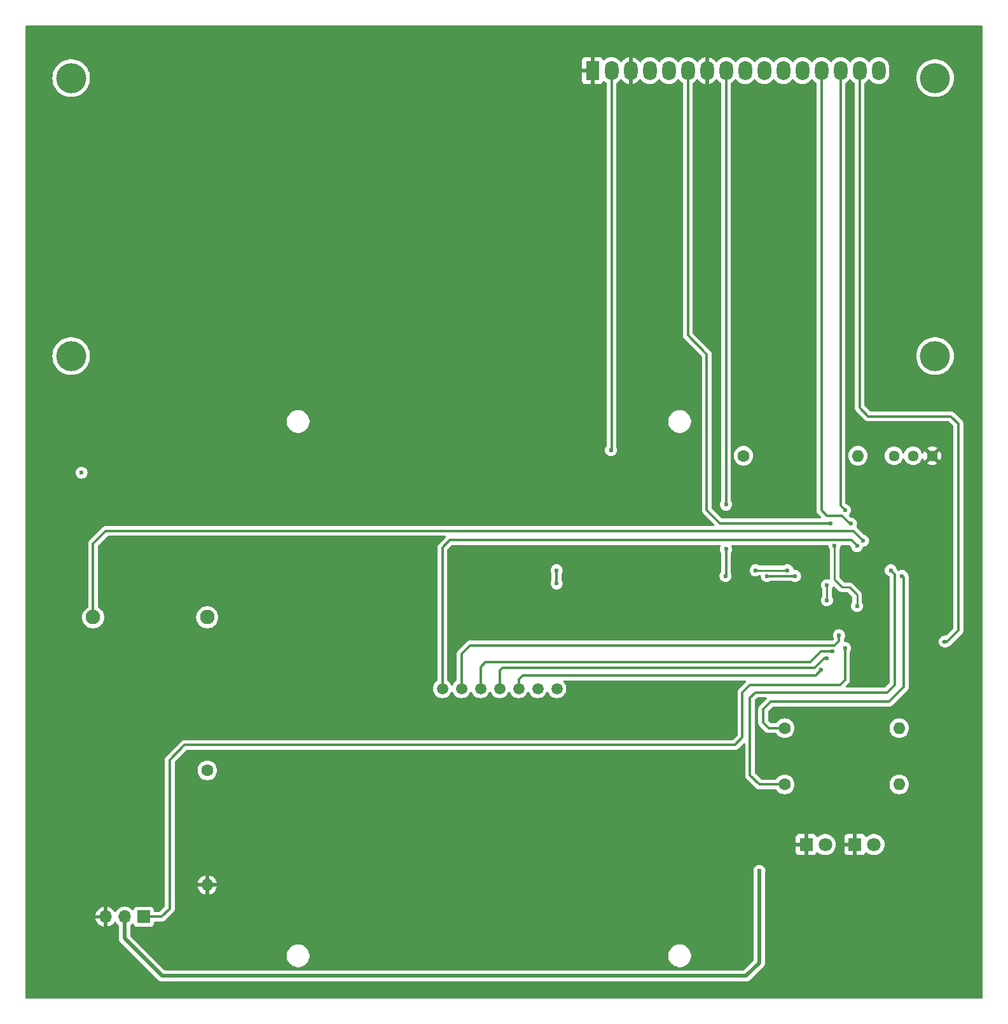
<source format=gbr>
%TF.GenerationSoftware,KiCad,Pcbnew,8.0.2*%
%TF.CreationDate,2024-07-17T11:39:07+05:30*%
%TF.ProjectId,smart lock,736d6172-7420-46c6-9f63-6b2e6b696361,v1*%
%TF.SameCoordinates,Original*%
%TF.FileFunction,Copper,L2,Bot*%
%TF.FilePolarity,Positive*%
%FSLAX46Y46*%
G04 Gerber Fmt 4.6, Leading zero omitted, Abs format (unit mm)*
G04 Created by KiCad (PCBNEW 8.0.2) date 2024-07-17 11:39:07*
%MOMM*%
%LPD*%
G01*
G04 APERTURE LIST*
%TA.AperFunction,ComponentPad*%
%ADD10R,1.800000X1.800000*%
%TD*%
%TA.AperFunction,ComponentPad*%
%ADD11C,1.800000*%
%TD*%
%TA.AperFunction,ComponentPad*%
%ADD12C,1.508000*%
%TD*%
%TA.AperFunction,ComponentPad*%
%ADD13C,1.440000*%
%TD*%
%TA.AperFunction,ComponentPad*%
%ADD14C,1.600000*%
%TD*%
%TA.AperFunction,ComponentPad*%
%ADD15O,1.600000X1.600000*%
%TD*%
%TA.AperFunction,ComponentPad*%
%ADD16C,1.950000*%
%TD*%
%TA.AperFunction,ComponentPad*%
%ADD17C,4.000000*%
%TD*%
%TA.AperFunction,ComponentPad*%
%ADD18R,1.800000X2.600000*%
%TD*%
%TA.AperFunction,ComponentPad*%
%ADD19O,1.800000X2.600000*%
%TD*%
%TA.AperFunction,ComponentPad*%
%ADD20R,1.700000X1.700000*%
%TD*%
%TA.AperFunction,ComponentPad*%
%ADD21O,1.700000X1.700000*%
%TD*%
%TA.AperFunction,ViaPad*%
%ADD22C,0.600000*%
%TD*%
%TA.AperFunction,Conductor*%
%ADD23C,0.250000*%
%TD*%
%TA.AperFunction,Conductor*%
%ADD24C,0.300000*%
%TD*%
%TA.AperFunction,Conductor*%
%ADD25C,0.500000*%
%TD*%
G04 APERTURE END LIST*
D10*
%TO.P,D1,1,K*%
%TO.N,GND*%
X159225000Y-137250000D03*
D11*
%TO.P,D1,2,A*%
%TO.N,Net-(D1-A)*%
X161765000Y-137250000D03*
%TD*%
D12*
%TO.P,MOD1,D*%
%TO.N,/D*%
X126040000Y-116500000D03*
%TO.P,MOD1,E*%
%TO.N,/E*%
X123500000Y-116500000D03*
%TO.P,MOD1,F*%
%TO.N,/F*%
X120960000Y-116500000D03*
%TO.P,MOD1,G*%
%TO.N,/G*%
X118420000Y-116500000D03*
%TO.P,MOD1,H*%
%TO.N,/H*%
X115880000Y-116500000D03*
%TO.P,MOD1,J*%
%TO.N,/J*%
X113340000Y-116500000D03*
%TO.P,MOD1,K*%
%TO.N,/K*%
X110800000Y-116500000D03*
%TD*%
D13*
%TO.P,VR1,1*%
%TO.N,GND*%
X176000000Y-85500000D03*
%TO.P,VR1,2*%
%TO.N,/POTM*%
X173460000Y-85500000D03*
%TO.P,VR1,3*%
%TO.N,+3.3V*%
X170920000Y-85500000D03*
%TD*%
D10*
%TO.P,D2,1,K*%
%TO.N,GND*%
X165725000Y-137250000D03*
D11*
%TO.P,D2,2,A*%
%TO.N,Net-(D2-A)*%
X168265000Y-137250000D03*
%TD*%
D14*
%TO.P,R3,1*%
%TO.N,/G LED*%
X156380000Y-129250000D03*
D15*
%TO.P,R3,2*%
%TO.N,Net-(D2-A)*%
X171620000Y-129250000D03*
%TD*%
D14*
%TO.P,R2,1*%
%TO.N,/R LED*%
X156380000Y-121750000D03*
D15*
%TO.P,R2,2*%
%TO.N,Net-(D1-A)*%
X171620000Y-121750000D03*
%TD*%
D14*
%TO.P,R1,1*%
%TO.N,Net-(DS1-LEDA)*%
X150880000Y-85500000D03*
D15*
%TO.P,R1,2*%
%TO.N,+3.3V*%
X166120000Y-85500000D03*
%TD*%
D16*
%TO.P,LS1,1*%
%TO.N,/piezo*%
X64300000Y-107000000D03*
%TO.P,LS1,2*%
%TO.N,Net-(LS1-Pad2)*%
X79500000Y-107000000D03*
%TD*%
D14*
%TO.P,R4,1*%
%TO.N,Net-(LS1-Pad2)*%
X79500000Y-127380000D03*
D15*
%TO.P,R4,2*%
%TO.N,GND*%
X79500000Y-142620000D03*
%TD*%
D17*
%TO.P,DS1,*%
%TO.N,*%
X61379580Y-35225760D03*
X61379580Y-72225940D03*
X176380620Y-35225760D03*
X176380620Y-72225940D03*
D18*
%TO.P,DS1,1,LEDK*%
%TO.N,GND*%
X130780000Y-34225000D03*
D19*
%TO.P,DS1,2,LEDA*%
%TO.N,Net-(DS1-LEDA)*%
X133320000Y-34225000D03*
%TO.P,DS1,3,VSS*%
%TO.N,GND*%
X135860000Y-34225000D03*
%TO.P,DS1,4,VDD*%
%TO.N,+3.3V*%
X138400000Y-34225000D03*
%TO.P,DS1,5,Vo*%
%TO.N,/POTM*%
X140940000Y-34225000D03*
%TO.P,DS1,6,RS*%
%TO.N,/RS*%
X143480000Y-34225000D03*
%TO.P,DS1,7,R/~{W}*%
%TO.N,GND*%
X146020000Y-34225000D03*
%TO.P,DS1,8,E*%
%TO.N,/E*%
X148560000Y-34225000D03*
%TO.P,DS1,9,DB0*%
%TO.N,unconnected-(DS1-DB0-Pad9)*%
X151100000Y-34225000D03*
%TO.P,DS1,10,DB1*%
%TO.N,unconnected-(DS1-DB1-Pad10)*%
X153640000Y-34225000D03*
%TO.P,DS1,11,DB2*%
%TO.N,unconnected-(DS1-DB2-Pad11)*%
X156180000Y-34225000D03*
%TO.P,DS1,12,DB3*%
%TO.N,unconnected-(DS1-DB3-Pad12)*%
X158720000Y-34225000D03*
%TO.P,DS1,13,DB4*%
%TO.N,/DB4*%
X161260000Y-34225000D03*
%TO.P,DS1,14,DB5*%
%TO.N,/DB5*%
X163800000Y-34225000D03*
%TO.P,DS1,15,DB6*%
%TO.N,/DB6*%
X166340000Y-34225000D03*
%TO.P,DS1,16,DB7*%
%TO.N,/DB7*%
X168880000Y-34225000D03*
%TD*%
D20*
%TO.P,M1,1,PWM*%
%TO.N,/servo*%
X71025000Y-146875000D03*
D21*
%TO.P,M1,2,+*%
%TO.N,+3.3V*%
X68485000Y-146875000D03*
%TO.P,M1,3,-*%
%TO.N,GND*%
X65945000Y-146875000D03*
%TD*%
D22*
%TO.N,GND*%
X62750000Y-84000000D03*
X174750000Y-103000000D03*
X164750000Y-133750000D03*
%TO.N,/DB4*%
X165200000Y-94550000D03*
%TO.N,Net-(DS1-LEDA)*%
X133250000Y-84750000D03*
%TO.N,/RS*%
X166000000Y-105500000D03*
X162500000Y-94500000D03*
X163000000Y-97500000D03*
%TO.N,+3.3V*%
X62750000Y-87750000D03*
X153000000Y-140750000D03*
%TO.N,/E*%
X148560000Y-97940000D03*
X148560000Y-92000000D03*
X154000000Y-101500000D03*
X162000000Y-102750000D03*
X157750000Y-101500000D03*
X162000000Y-104750000D03*
X148500000Y-101500000D03*
%TO.N,/DB6*%
X177750000Y-110250000D03*
%TO.N,/DB5*%
X164400000Y-92750000D03*
%TO.N,/piezo*%
X166800000Y-96800000D03*
%TO.N,/servo*%
X164400000Y-111100000D03*
%TO.N,/G*%
X162000000Y-112500000D03*
%TO.N,/F*%
X161250000Y-114000000D03*
%TO.N,/D*%
X152500000Y-100750000D03*
X126000000Y-102500000D03*
X126000000Y-100750000D03*
X156750000Y-100750000D03*
%TO.N,/H*%
X162750000Y-111500000D03*
%TO.N,/K*%
X166000000Y-97500000D03*
%TO.N,/J*%
X163600000Y-109400000D03*
%TO.N,/R LED*%
X172000000Y-101500000D03*
%TO.N,/G LED*%
X170500000Y-100750000D03*
%TD*%
D23*
%TO.N,GND*%
X175250000Y-103500000D02*
X174750000Y-103000000D01*
X175250000Y-132000000D02*
X175250000Y-103500000D01*
X164750000Y-133750000D02*
X165500000Y-133000000D01*
X165500000Y-133000000D02*
X174250000Y-133000000D01*
X174250000Y-133000000D02*
X175250000Y-132000000D01*
D24*
%TO.N,/DB4*%
X165050000Y-94550000D02*
X164000000Y-93500000D01*
X162000000Y-93500000D02*
X161260000Y-92760000D01*
X161260000Y-92760000D02*
X161260000Y-34225000D01*
X165200000Y-94550000D02*
X165050000Y-94550000D01*
X164000000Y-93500000D02*
X162000000Y-93500000D01*
%TO.N,Net-(DS1-LEDA)*%
X133320000Y-34225000D02*
X133320000Y-84680000D01*
X133320000Y-84680000D02*
X133250000Y-84750000D01*
%TO.N,/RS*%
X143480000Y-69480000D02*
X143480000Y-34225000D01*
X146000000Y-92750000D02*
X146000000Y-72000000D01*
X162500000Y-94500000D02*
X147750000Y-94500000D01*
X146000000Y-72000000D02*
X143480000Y-69480000D01*
D23*
X164000000Y-103000000D02*
X165000000Y-103000000D01*
X163000000Y-102000000D02*
X163000000Y-97500000D01*
X165000000Y-103000000D02*
X165750000Y-103750000D01*
D24*
X143480000Y-34225000D02*
X144057300Y-34802300D01*
D23*
X164000000Y-103000000D02*
X163000000Y-102000000D01*
X165750000Y-103750000D02*
X166000000Y-104000000D01*
X166000000Y-104000000D02*
X166000000Y-105500000D01*
D24*
X147750000Y-94500000D02*
X146000000Y-92750000D01*
D25*
%TO.N,+3.3V*%
X73500000Y-154750000D02*
X73750000Y-154750000D01*
X73750000Y-154750000D02*
X151250000Y-154750000D01*
X69750000Y-151000000D02*
X73500000Y-154750000D01*
X151250000Y-154750000D02*
X153000000Y-153000000D01*
X68485000Y-149735000D02*
X69750000Y-151000000D01*
X68485000Y-146875000D02*
X68485000Y-149735000D01*
X153000000Y-153000000D02*
X153000000Y-140750000D01*
D24*
%TO.N,/E*%
X148560000Y-33725000D02*
X148560000Y-92000000D01*
D23*
X162000000Y-102750000D02*
X162000000Y-104750000D01*
D24*
X148560000Y-99250000D02*
X148560000Y-97940000D01*
X154000000Y-101500000D02*
X157750000Y-101500000D01*
X148560000Y-99250000D02*
X148560000Y-101440000D01*
X148560000Y-101440000D02*
X148500000Y-101500000D01*
%TO.N,/DB6*%
X178000000Y-110250000D02*
X177500000Y-110250000D01*
X166340000Y-34225000D02*
X166340000Y-79090000D01*
X166340000Y-79090000D02*
X167500000Y-80250000D01*
X178500000Y-80250000D02*
X179500000Y-81250000D01*
X167500000Y-80250000D02*
X178500000Y-80250000D01*
X179500000Y-81250000D02*
X179500000Y-108750000D01*
X179500000Y-108750000D02*
X178000000Y-110250000D01*
%TO.N,/DB5*%
X163800000Y-92150000D02*
X163800000Y-34225000D01*
X164400000Y-92750000D02*
X163800000Y-92150000D01*
%TO.N,/piezo*%
X165500000Y-95500000D02*
X66000000Y-95500000D01*
X64300000Y-97200000D02*
X64300000Y-107000000D01*
X166800000Y-96800000D02*
X165500000Y-95500000D01*
X66000000Y-95500000D02*
X64300000Y-97200000D01*
%TO.N,/servo*%
X76500000Y-124000000D02*
X74500000Y-126000000D01*
X151750000Y-116000000D02*
X150750000Y-117000000D01*
X150750000Y-123000000D02*
X149750000Y-124000000D01*
X73425000Y-146875000D02*
X71025000Y-146875000D01*
X149750000Y-124000000D02*
X76500000Y-124000000D01*
X164400000Y-111100000D02*
X164400000Y-115350000D01*
X163750000Y-116000000D02*
X151750000Y-116000000D01*
X74500000Y-145800000D02*
X73425000Y-146875000D01*
X150750000Y-117000000D02*
X150750000Y-123000000D01*
X164400000Y-115350000D02*
X163750000Y-116000000D01*
X74500000Y-126000000D02*
X74500000Y-145800000D01*
%TO.N,/G*%
X118420000Y-114080000D02*
X118750000Y-113750000D01*
X118750000Y-113750000D02*
X160375000Y-113750000D01*
X161625000Y-112500000D02*
X162000000Y-112500000D01*
X160375000Y-113750000D02*
X161625000Y-112500000D01*
X118420000Y-116500000D02*
X118420000Y-114080000D01*
%TO.N,/F*%
X160500000Y-114750000D02*
X161250000Y-114000000D01*
X121500000Y-114750000D02*
X160500000Y-114750000D01*
X120960000Y-115290000D02*
X121500000Y-114750000D01*
X120960000Y-116500000D02*
X120960000Y-115290000D01*
D23*
%TO.N,/D*%
X152500000Y-100750000D02*
X156750000Y-100750000D01*
D24*
X126000000Y-102500000D02*
X126000000Y-100750000D01*
%TO.N,/H*%
X115880000Y-113620000D02*
X115880000Y-116500000D01*
X116500000Y-113000000D02*
X115880000Y-113620000D01*
X161250000Y-111500000D02*
X159750000Y-113000000D01*
X159750000Y-113000000D02*
X116500000Y-113000000D01*
X162750000Y-111500000D02*
X161250000Y-111500000D01*
%TO.N,/K*%
X111750000Y-96750000D02*
X165250000Y-96750000D01*
X110800000Y-97700000D02*
X111750000Y-96750000D01*
X165250000Y-96750000D02*
X166000000Y-97500000D01*
X110800000Y-116500000D02*
X110800000Y-97700000D01*
%TO.N,/J*%
X114500000Y-110750000D02*
X113340000Y-111910000D01*
X113340000Y-111910000D02*
X113340000Y-116500000D01*
X163600000Y-110150000D02*
X163000000Y-110750000D01*
X163000000Y-110750000D02*
X114500000Y-110750000D01*
X163600000Y-109400000D02*
X163600000Y-110150000D01*
%TO.N,/R LED*%
X154500000Y-118250000D02*
X170250000Y-118250000D01*
X156380000Y-121750000D02*
X154250000Y-121750000D01*
X172250000Y-116250000D02*
X172250000Y-101750000D01*
X170250000Y-118250000D02*
X172250000Y-116250000D01*
X154250000Y-121750000D02*
X153500000Y-121000000D01*
X172250000Y-101750000D02*
X172000000Y-101500000D01*
X153500000Y-119250000D02*
X154500000Y-118250000D01*
X153500000Y-121000000D02*
X153500000Y-119250000D01*
%TO.N,/G LED*%
X156380000Y-129250000D02*
X153000000Y-129250000D01*
X171000000Y-116000000D02*
X171000000Y-101250000D01*
X151750000Y-117750000D02*
X152500000Y-117000000D01*
X152500000Y-117000000D02*
X170000000Y-117000000D01*
X153000000Y-129250000D02*
X151750000Y-128000000D01*
X171000000Y-101250000D02*
X170500000Y-100750000D01*
X170000000Y-117000000D02*
X171000000Y-116000000D01*
X151750000Y-128000000D02*
X151750000Y-117750000D01*
%TD*%
%TA.AperFunction,Conductor*%
%TO.N,GND*%
G36*
X146270000Y-36002854D02*
G01*
X146347834Y-35990526D01*
X146347837Y-35990526D01*
X146557410Y-35922432D01*
X146753760Y-35822386D01*
X146932041Y-35692857D01*
X147087857Y-35537041D01*
X147087862Y-35537035D01*
X147189372Y-35397319D01*
X147244702Y-35354653D01*
X147314315Y-35348674D01*
X147376110Y-35381279D01*
X147390008Y-35397319D01*
X147491752Y-35537358D01*
X147491756Y-35537363D01*
X147647636Y-35693243D01*
X147647641Y-35693247D01*
X147825973Y-35822812D01*
X147825975Y-35822813D01*
X147825978Y-35822815D01*
X147841795Y-35830874D01*
X147892591Y-35878848D01*
X147909500Y-35941359D01*
X147909500Y-91494931D01*
X147890494Y-91560903D01*
X147834211Y-91650477D01*
X147834209Y-91650481D01*
X147774633Y-91820737D01*
X147774630Y-91820750D01*
X147754435Y-91999996D01*
X147754435Y-92000003D01*
X147774630Y-92179249D01*
X147774631Y-92179254D01*
X147834211Y-92349523D01*
X147884271Y-92429192D01*
X147930184Y-92502262D01*
X148057738Y-92629816D01*
X148070475Y-92637819D01*
X148168069Y-92699142D01*
X148210478Y-92725789D01*
X148279678Y-92750003D01*
X148380745Y-92785368D01*
X148380750Y-92785369D01*
X148559996Y-92805565D01*
X148560000Y-92805565D01*
X148560004Y-92805565D01*
X148739249Y-92785369D01*
X148739252Y-92785368D01*
X148739255Y-92785368D01*
X148909522Y-92725789D01*
X149062262Y-92629816D01*
X149189816Y-92502262D01*
X149285789Y-92349522D01*
X149345368Y-92179255D01*
X149362837Y-92024211D01*
X149365565Y-92000003D01*
X149365565Y-91999996D01*
X149345369Y-91820750D01*
X149345366Y-91820737D01*
X149285790Y-91650481D01*
X149285789Y-91650478D01*
X149264008Y-91615814D01*
X149229506Y-91560903D01*
X149210500Y-91494931D01*
X149210500Y-85499998D01*
X149574532Y-85499998D01*
X149574532Y-85500001D01*
X149594364Y-85726686D01*
X149594366Y-85726697D01*
X149653258Y-85946488D01*
X149653261Y-85946497D01*
X149749431Y-86152732D01*
X149749432Y-86152734D01*
X149879954Y-86339141D01*
X150040858Y-86500045D01*
X150040861Y-86500047D01*
X150227266Y-86630568D01*
X150433504Y-86726739D01*
X150653308Y-86785635D01*
X150815230Y-86799801D01*
X150879998Y-86805468D01*
X150880000Y-86805468D01*
X150880002Y-86805468D01*
X150936673Y-86800509D01*
X151106692Y-86785635D01*
X151326496Y-86726739D01*
X151532734Y-86630568D01*
X151719139Y-86500047D01*
X151880047Y-86339139D01*
X152010568Y-86152734D01*
X152106739Y-85946496D01*
X152165635Y-85726692D01*
X152185468Y-85500000D01*
X152165635Y-85273308D01*
X152119069Y-85099522D01*
X152106741Y-85053511D01*
X152106738Y-85053502D01*
X152048800Y-84929254D01*
X152010568Y-84847266D01*
X151880047Y-84660861D01*
X151880045Y-84660858D01*
X151719141Y-84499954D01*
X151532734Y-84369432D01*
X151532732Y-84369431D01*
X151326497Y-84273261D01*
X151326488Y-84273258D01*
X151106697Y-84214366D01*
X151106693Y-84214365D01*
X151106692Y-84214365D01*
X151106691Y-84214364D01*
X151106686Y-84214364D01*
X150880002Y-84194532D01*
X150879998Y-84194532D01*
X150653313Y-84214364D01*
X150653302Y-84214366D01*
X150433511Y-84273258D01*
X150433502Y-84273261D01*
X150227267Y-84369431D01*
X150227265Y-84369432D01*
X150040858Y-84499954D01*
X149879954Y-84660858D01*
X149749432Y-84847265D01*
X149749431Y-84847267D01*
X149653261Y-85053502D01*
X149653258Y-85053511D01*
X149594366Y-85273302D01*
X149594364Y-85273313D01*
X149574532Y-85499998D01*
X149210500Y-85499998D01*
X149210500Y-35941359D01*
X149230185Y-35874320D01*
X149278205Y-35830874D01*
X149294022Y-35822815D01*
X149472365Y-35693242D01*
X149628242Y-35537365D01*
X149638804Y-35522826D01*
X149729682Y-35397745D01*
X149785011Y-35355079D01*
X149854625Y-35349100D01*
X149916420Y-35381705D01*
X149930318Y-35397745D01*
X150031752Y-35537358D01*
X150031756Y-35537363D01*
X150187636Y-35693243D01*
X150187641Y-35693247D01*
X150343192Y-35806260D01*
X150365978Y-35822815D01*
X150475948Y-35878848D01*
X150562393Y-35922895D01*
X150562396Y-35922896D01*
X150619221Y-35941359D01*
X150772049Y-35991015D01*
X150989778Y-36025500D01*
X150989779Y-36025500D01*
X151210221Y-36025500D01*
X151210222Y-36025500D01*
X151427951Y-35991015D01*
X151637606Y-35922895D01*
X151834022Y-35822815D01*
X152012365Y-35693242D01*
X152168242Y-35537365D01*
X152178804Y-35522826D01*
X152269682Y-35397745D01*
X152325011Y-35355079D01*
X152394625Y-35349100D01*
X152456420Y-35381705D01*
X152470318Y-35397745D01*
X152571752Y-35537358D01*
X152571756Y-35537363D01*
X152727636Y-35693243D01*
X152727641Y-35693247D01*
X152883192Y-35806260D01*
X152905978Y-35822815D01*
X153015948Y-35878848D01*
X153102393Y-35922895D01*
X153102396Y-35922896D01*
X153159221Y-35941359D01*
X153312049Y-35991015D01*
X153529778Y-36025500D01*
X153529779Y-36025500D01*
X153750221Y-36025500D01*
X153750222Y-36025500D01*
X153967951Y-35991015D01*
X154177606Y-35922895D01*
X154374022Y-35822815D01*
X154552365Y-35693242D01*
X154708242Y-35537365D01*
X154718804Y-35522826D01*
X154809682Y-35397745D01*
X154865011Y-35355079D01*
X154934625Y-35349100D01*
X154996420Y-35381705D01*
X155010318Y-35397745D01*
X155111752Y-35537358D01*
X155111756Y-35537363D01*
X155267636Y-35693243D01*
X155267641Y-35693247D01*
X155423192Y-35806260D01*
X155445978Y-35822815D01*
X155555948Y-35878848D01*
X155642393Y-35922895D01*
X155642396Y-35922896D01*
X155699221Y-35941359D01*
X155852049Y-35991015D01*
X156069778Y-36025500D01*
X156069779Y-36025500D01*
X156290221Y-36025500D01*
X156290222Y-36025500D01*
X156507951Y-35991015D01*
X156717606Y-35922895D01*
X156914022Y-35822815D01*
X157092365Y-35693242D01*
X157248242Y-35537365D01*
X157258804Y-35522826D01*
X157349682Y-35397745D01*
X157405011Y-35355079D01*
X157474625Y-35349100D01*
X157536420Y-35381705D01*
X157550318Y-35397745D01*
X157651752Y-35537358D01*
X157651756Y-35537363D01*
X157807636Y-35693243D01*
X157807641Y-35693247D01*
X157963192Y-35806260D01*
X157985978Y-35822815D01*
X158095948Y-35878848D01*
X158182393Y-35922895D01*
X158182396Y-35922896D01*
X158239221Y-35941359D01*
X158392049Y-35991015D01*
X158609778Y-36025500D01*
X158609779Y-36025500D01*
X158830221Y-36025500D01*
X158830222Y-36025500D01*
X159047951Y-35991015D01*
X159257606Y-35922895D01*
X159454022Y-35822815D01*
X159632365Y-35693242D01*
X159788242Y-35537365D01*
X159798804Y-35522826D01*
X159889682Y-35397745D01*
X159945011Y-35355079D01*
X160014625Y-35349100D01*
X160076420Y-35381705D01*
X160090318Y-35397745D01*
X160191752Y-35537358D01*
X160191756Y-35537363D01*
X160347636Y-35693243D01*
X160347641Y-35693247D01*
X160525973Y-35822812D01*
X160525975Y-35822813D01*
X160525978Y-35822815D01*
X160541795Y-35830874D01*
X160592591Y-35878848D01*
X160609500Y-35941359D01*
X160609500Y-92824069D01*
X160609500Y-92824071D01*
X160609499Y-92824071D01*
X160632509Y-92939740D01*
X160634498Y-92949740D01*
X160634500Y-92949747D01*
X160683532Y-93068123D01*
X160683535Y-93068127D01*
X160748041Y-93164669D01*
X160754726Y-93174673D01*
X160754727Y-93174674D01*
X161217873Y-93637819D01*
X161251358Y-93699142D01*
X161246374Y-93768833D01*
X161204503Y-93824767D01*
X161139038Y-93849184D01*
X161130192Y-93849500D01*
X148070808Y-93849500D01*
X148003769Y-93829815D01*
X147983127Y-93813181D01*
X146686819Y-92516873D01*
X146653334Y-92455550D01*
X146650500Y-92429192D01*
X146650500Y-71935928D01*
X146625502Y-71810261D01*
X146625501Y-71810260D01*
X146625501Y-71810256D01*
X146576465Y-71691873D01*
X146576464Y-71691872D01*
X146576461Y-71691866D01*
X146505277Y-71585332D01*
X146505276Y-71585331D01*
X146414669Y-71494724D01*
X144166819Y-69246873D01*
X144133334Y-69185550D01*
X144130500Y-69159192D01*
X144130500Y-35941359D01*
X144150185Y-35874320D01*
X144198205Y-35830874D01*
X144214022Y-35822815D01*
X144392365Y-35693242D01*
X144548242Y-35537365D01*
X144649991Y-35397317D01*
X144705320Y-35354653D01*
X144774933Y-35348674D01*
X144836729Y-35381279D01*
X144850627Y-35397318D01*
X144952142Y-35537041D01*
X145107958Y-35692857D01*
X145286239Y-35822386D01*
X145482589Y-35922432D01*
X145692163Y-35990526D01*
X145769999Y-36002854D01*
X145770000Y-36002854D01*
X145770000Y-34773482D01*
X145788409Y-34784111D01*
X145941009Y-34825000D01*
X146098991Y-34825000D01*
X146251591Y-34784111D01*
X146270000Y-34773482D01*
X146270000Y-36002854D01*
G37*
%TD.AperFunction*%
%TA.AperFunction,Conductor*%
G36*
X182692539Y-28270185D02*
G01*
X182738294Y-28322989D01*
X182749500Y-28374500D01*
X182749500Y-157625500D01*
X182729815Y-157692539D01*
X182677011Y-157738294D01*
X182625500Y-157749500D01*
X55374500Y-157749500D01*
X55307461Y-157729815D01*
X55261706Y-157677011D01*
X55250500Y-157625500D01*
X55250500Y-106999994D01*
X62819443Y-106999994D01*
X62819443Y-107000005D01*
X62839634Y-107243683D01*
X62839636Y-107243695D01*
X62899663Y-107480734D01*
X62997888Y-107704666D01*
X63131632Y-107909378D01*
X63297242Y-108089277D01*
X63297246Y-108089281D01*
X63490212Y-108239473D01*
X63705267Y-108355855D01*
X63705270Y-108355856D01*
X63936541Y-108435251D01*
X63936543Y-108435251D01*
X63936545Y-108435252D01*
X64177737Y-108475500D01*
X64177738Y-108475500D01*
X64422262Y-108475500D01*
X64422263Y-108475500D01*
X64663455Y-108435252D01*
X64894733Y-108355855D01*
X65109788Y-108239473D01*
X65302754Y-108089281D01*
X65468368Y-107909377D01*
X65602111Y-107704667D01*
X65700336Y-107480736D01*
X65760364Y-107243692D01*
X65780557Y-107000000D01*
X65780557Y-106999994D01*
X78019443Y-106999994D01*
X78019443Y-107000005D01*
X78039634Y-107243683D01*
X78039636Y-107243695D01*
X78099663Y-107480734D01*
X78197888Y-107704666D01*
X78331632Y-107909378D01*
X78497242Y-108089277D01*
X78497246Y-108089281D01*
X78690212Y-108239473D01*
X78905267Y-108355855D01*
X78905270Y-108355856D01*
X79136541Y-108435251D01*
X79136543Y-108435251D01*
X79136545Y-108435252D01*
X79377737Y-108475500D01*
X79377738Y-108475500D01*
X79622262Y-108475500D01*
X79622263Y-108475500D01*
X79863455Y-108435252D01*
X80094733Y-108355855D01*
X80309788Y-108239473D01*
X80502754Y-108089281D01*
X80668368Y-107909377D01*
X80802111Y-107704667D01*
X80900336Y-107480736D01*
X80960364Y-107243692D01*
X80980557Y-107000000D01*
X80960364Y-106756308D01*
X80900336Y-106519264D01*
X80802111Y-106295333D01*
X80693974Y-106129816D01*
X80668367Y-106090621D01*
X80502757Y-105910722D01*
X80502747Y-105910713D01*
X80309791Y-105760529D01*
X80309787Y-105760526D01*
X80094734Y-105644145D01*
X80094729Y-105644143D01*
X79863458Y-105564748D01*
X79682561Y-105534562D01*
X79622263Y-105524500D01*
X79377737Y-105524500D01*
X79329498Y-105532549D01*
X79136541Y-105564748D01*
X78905270Y-105644143D01*
X78905265Y-105644145D01*
X78690212Y-105760526D01*
X78690208Y-105760529D01*
X78497252Y-105910713D01*
X78497242Y-105910722D01*
X78331632Y-106090621D01*
X78197888Y-106295333D01*
X78099663Y-106519265D01*
X78039636Y-106756304D01*
X78039634Y-106756316D01*
X78019443Y-106999994D01*
X65780557Y-106999994D01*
X65760364Y-106756308D01*
X65700336Y-106519264D01*
X65602111Y-106295333D01*
X65493974Y-106129816D01*
X65468367Y-106090621D01*
X65302757Y-105910722D01*
X65302747Y-105910713D01*
X65109791Y-105760529D01*
X65109782Y-105760523D01*
X65015481Y-105709489D01*
X64965891Y-105660269D01*
X64950500Y-105600435D01*
X64950500Y-97520808D01*
X64970185Y-97453769D01*
X64986819Y-97433127D01*
X66233127Y-96186819D01*
X66294450Y-96153334D01*
X66320808Y-96150500D01*
X111130191Y-96150500D01*
X111197230Y-96170185D01*
X111242985Y-96222989D01*
X111252929Y-96292147D01*
X111223904Y-96355703D01*
X111217872Y-96362181D01*
X110294727Y-97285325D01*
X110294726Y-97285326D01*
X110224969Y-97389728D01*
X110224959Y-97389743D01*
X110223534Y-97391873D01*
X110174499Y-97510255D01*
X110174497Y-97510261D01*
X110149500Y-97635928D01*
X110149500Y-115359472D01*
X110129815Y-115426511D01*
X110096624Y-115461047D01*
X109990543Y-115535326D01*
X109990541Y-115535327D01*
X109835327Y-115690541D01*
X109835322Y-115690547D01*
X109709423Y-115870349D01*
X109709419Y-115870357D01*
X109616655Y-116069291D01*
X109616653Y-116069295D01*
X109616653Y-116069297D01*
X109592642Y-116158902D01*
X109559839Y-116281324D01*
X109559838Y-116281331D01*
X109540708Y-116499997D01*
X109540708Y-116500002D01*
X109555114Y-116664672D01*
X109559839Y-116718674D01*
X109616653Y-116930703D01*
X109616654Y-116930706D01*
X109616655Y-116930708D01*
X109709419Y-117129642D01*
X109709423Y-117129650D01*
X109835322Y-117309452D01*
X109835327Y-117309458D01*
X109990541Y-117464672D01*
X109990547Y-117464677D01*
X110170349Y-117590576D01*
X110170351Y-117590577D01*
X110170354Y-117590579D01*
X110369297Y-117683347D01*
X110581326Y-117740161D01*
X110737521Y-117753826D01*
X110799998Y-117759292D01*
X110800000Y-117759292D01*
X110800002Y-117759292D01*
X110854668Y-117754509D01*
X111018674Y-117740161D01*
X111230703Y-117683347D01*
X111429646Y-117590579D01*
X111609457Y-117464674D01*
X111764674Y-117309457D01*
X111890579Y-117129646D01*
X111957618Y-116985878D01*
X112003790Y-116933439D01*
X112070983Y-116914287D01*
X112137864Y-116934502D01*
X112182382Y-116985879D01*
X112249419Y-117129642D01*
X112249423Y-117129650D01*
X112375322Y-117309452D01*
X112375327Y-117309458D01*
X112530541Y-117464672D01*
X112530547Y-117464677D01*
X112710349Y-117590576D01*
X112710351Y-117590577D01*
X112710354Y-117590579D01*
X112909297Y-117683347D01*
X113121326Y-117740161D01*
X113277521Y-117753826D01*
X113339998Y-117759292D01*
X113340000Y-117759292D01*
X113340002Y-117759292D01*
X113394668Y-117754509D01*
X113558674Y-117740161D01*
X113770703Y-117683347D01*
X113969646Y-117590579D01*
X114149457Y-117464674D01*
X114304674Y-117309457D01*
X114430579Y-117129646D01*
X114497618Y-116985878D01*
X114543790Y-116933439D01*
X114610983Y-116914287D01*
X114677864Y-116934502D01*
X114722382Y-116985879D01*
X114789419Y-117129642D01*
X114789423Y-117129650D01*
X114915322Y-117309452D01*
X114915327Y-117309458D01*
X115070541Y-117464672D01*
X115070547Y-117464677D01*
X115250349Y-117590576D01*
X115250351Y-117590577D01*
X115250354Y-117590579D01*
X115449297Y-117683347D01*
X115661326Y-117740161D01*
X115817521Y-117753826D01*
X115879998Y-117759292D01*
X115880000Y-117759292D01*
X115880002Y-117759292D01*
X115934668Y-117754509D01*
X116098674Y-117740161D01*
X116310703Y-117683347D01*
X116509646Y-117590579D01*
X116689457Y-117464674D01*
X116844674Y-117309457D01*
X116970579Y-117129646D01*
X117037618Y-116985878D01*
X117083790Y-116933439D01*
X117150983Y-116914287D01*
X117217864Y-116934502D01*
X117262382Y-116985879D01*
X117329419Y-117129642D01*
X117329423Y-117129650D01*
X117455322Y-117309452D01*
X117455327Y-117309458D01*
X117610541Y-117464672D01*
X117610547Y-117464677D01*
X117790349Y-117590576D01*
X117790351Y-117590577D01*
X117790354Y-117590579D01*
X117989297Y-117683347D01*
X118201326Y-117740161D01*
X118357521Y-117753826D01*
X118419998Y-117759292D01*
X118420000Y-117759292D01*
X118420002Y-117759292D01*
X118474668Y-117754509D01*
X118638674Y-117740161D01*
X118850703Y-117683347D01*
X119049646Y-117590579D01*
X119229457Y-117464674D01*
X119384674Y-117309457D01*
X119510579Y-117129646D01*
X119577618Y-116985878D01*
X119623790Y-116933439D01*
X119690983Y-116914287D01*
X119757864Y-116934502D01*
X119802382Y-116985879D01*
X119869419Y-117129642D01*
X119869423Y-117129650D01*
X119995322Y-117309452D01*
X119995327Y-117309458D01*
X120150541Y-117464672D01*
X120150547Y-117464677D01*
X120330349Y-117590576D01*
X120330351Y-117590577D01*
X120330354Y-117590579D01*
X120529297Y-117683347D01*
X120741326Y-117740161D01*
X120897521Y-117753826D01*
X120959998Y-117759292D01*
X120960000Y-117759292D01*
X120960002Y-117759292D01*
X121014668Y-117754509D01*
X121178674Y-117740161D01*
X121390703Y-117683347D01*
X121589646Y-117590579D01*
X121769457Y-117464674D01*
X121924674Y-117309457D01*
X122050579Y-117129646D01*
X122117618Y-116985878D01*
X122163790Y-116933439D01*
X122230983Y-116914287D01*
X122297864Y-116934502D01*
X122342382Y-116985879D01*
X122409419Y-117129642D01*
X122409423Y-117129650D01*
X122535322Y-117309452D01*
X122535327Y-117309458D01*
X122690541Y-117464672D01*
X122690547Y-117464677D01*
X122870349Y-117590576D01*
X122870351Y-117590577D01*
X122870354Y-117590579D01*
X123069297Y-117683347D01*
X123281326Y-117740161D01*
X123437521Y-117753826D01*
X123499998Y-117759292D01*
X123500000Y-117759292D01*
X123500002Y-117759292D01*
X123554668Y-117754509D01*
X123718674Y-117740161D01*
X123930703Y-117683347D01*
X124129646Y-117590579D01*
X124309457Y-117464674D01*
X124464674Y-117309457D01*
X124590579Y-117129646D01*
X124657618Y-116985878D01*
X124703790Y-116933439D01*
X124770983Y-116914287D01*
X124837864Y-116934502D01*
X124882382Y-116985879D01*
X124949419Y-117129642D01*
X124949423Y-117129650D01*
X125075322Y-117309452D01*
X125075327Y-117309458D01*
X125230541Y-117464672D01*
X125230547Y-117464677D01*
X125410349Y-117590576D01*
X125410351Y-117590577D01*
X125410354Y-117590579D01*
X125609297Y-117683347D01*
X125821326Y-117740161D01*
X125977521Y-117753826D01*
X126039998Y-117759292D01*
X126040000Y-117759292D01*
X126040002Y-117759292D01*
X126094668Y-117754509D01*
X126258674Y-117740161D01*
X126470703Y-117683347D01*
X126669646Y-117590579D01*
X126849457Y-117464674D01*
X127004674Y-117309457D01*
X127130579Y-117129646D01*
X127223347Y-116930703D01*
X127280161Y-116718674D01*
X127299292Y-116500000D01*
X127280161Y-116281326D01*
X127223347Y-116069297D01*
X127130579Y-115870354D01*
X127130577Y-115870351D01*
X127130576Y-115870349D01*
X127004677Y-115690547D01*
X127004672Y-115690541D01*
X126926312Y-115612181D01*
X126892827Y-115550858D01*
X126897811Y-115481166D01*
X126939683Y-115425233D01*
X127005147Y-115400816D01*
X127013993Y-115400500D01*
X151130191Y-115400500D01*
X151197230Y-115420185D01*
X151242985Y-115472989D01*
X151252929Y-115542147D01*
X151223904Y-115605703D01*
X151217872Y-115612181D01*
X150244727Y-116585325D01*
X150244721Y-116585332D01*
X150191711Y-116664668D01*
X150191712Y-116664669D01*
X150173534Y-116691874D01*
X150124499Y-116810255D01*
X150124497Y-116810261D01*
X150099500Y-116935928D01*
X150099500Y-122679192D01*
X150079815Y-122746231D01*
X150063181Y-122766873D01*
X149516873Y-123313181D01*
X149455550Y-123346666D01*
X149429192Y-123349500D01*
X76435929Y-123349500D01*
X76310261Y-123374497D01*
X76310255Y-123374499D01*
X76191875Y-123423533D01*
X76191866Y-123423538D01*
X76085331Y-123494723D01*
X76085327Y-123494726D01*
X73994727Y-125585325D01*
X73994726Y-125585326D01*
X73923534Y-125691874D01*
X73874499Y-125810255D01*
X73874497Y-125810261D01*
X73849500Y-125935928D01*
X73849500Y-145479192D01*
X73829815Y-145546231D01*
X73813181Y-145566873D01*
X73191873Y-146188181D01*
X73130550Y-146221666D01*
X73104192Y-146224500D01*
X72499499Y-146224500D01*
X72432460Y-146204815D01*
X72386705Y-146152011D01*
X72375499Y-146100500D01*
X72375499Y-145977125D01*
X72375498Y-145977123D01*
X72369091Y-145917516D01*
X72318797Y-145782671D01*
X72318793Y-145782664D01*
X72232547Y-145667455D01*
X72232544Y-145667452D01*
X72117335Y-145581206D01*
X72117328Y-145581202D01*
X71982482Y-145530908D01*
X71982483Y-145530908D01*
X71922883Y-145524501D01*
X71922881Y-145524500D01*
X71922873Y-145524500D01*
X71922864Y-145524500D01*
X70127129Y-145524500D01*
X70127123Y-145524501D01*
X70067516Y-145530908D01*
X69932671Y-145581202D01*
X69932664Y-145581206D01*
X69817455Y-145667452D01*
X69817452Y-145667455D01*
X69731206Y-145782664D01*
X69731203Y-145782669D01*
X69682189Y-145914083D01*
X69640317Y-145970016D01*
X69574853Y-145994433D01*
X69506580Y-145979581D01*
X69478326Y-145958430D01*
X69356402Y-145836506D01*
X69356395Y-145836501D01*
X69162834Y-145700967D01*
X69162830Y-145700965D01*
X69162828Y-145700964D01*
X68948663Y-145601097D01*
X68948659Y-145601096D01*
X68948655Y-145601094D01*
X68720413Y-145539938D01*
X68720403Y-145539936D01*
X68485001Y-145519341D01*
X68484999Y-145519341D01*
X68249596Y-145539936D01*
X68249586Y-145539938D01*
X68021344Y-145601094D01*
X68021335Y-145601098D01*
X67807171Y-145700964D01*
X67807169Y-145700965D01*
X67613597Y-145836505D01*
X67446508Y-146003594D01*
X67316269Y-146189595D01*
X67261692Y-146233219D01*
X67192193Y-146240412D01*
X67129839Y-146208890D01*
X67113119Y-146189594D01*
X66983113Y-146003926D01*
X66983108Y-146003920D01*
X66816082Y-145836894D01*
X66622578Y-145701399D01*
X66408492Y-145601570D01*
X66408486Y-145601567D01*
X66195000Y-145544364D01*
X66195000Y-146441988D01*
X66137993Y-146409075D01*
X66010826Y-146375000D01*
X65879174Y-146375000D01*
X65752007Y-146409075D01*
X65695000Y-146441988D01*
X65695000Y-145544364D01*
X65694999Y-145544364D01*
X65481513Y-145601567D01*
X65481507Y-145601570D01*
X65267422Y-145701399D01*
X65267420Y-145701400D01*
X65073926Y-145836886D01*
X65073920Y-145836891D01*
X64906891Y-146003920D01*
X64906886Y-146003926D01*
X64771400Y-146197420D01*
X64771399Y-146197422D01*
X64671570Y-146411507D01*
X64671567Y-146411513D01*
X64614364Y-146624999D01*
X64614364Y-146625000D01*
X65511988Y-146625000D01*
X65479075Y-146682007D01*
X65445000Y-146809174D01*
X65445000Y-146940826D01*
X65479075Y-147067993D01*
X65511988Y-147125000D01*
X64614364Y-147125000D01*
X64671567Y-147338486D01*
X64671570Y-147338492D01*
X64771399Y-147552578D01*
X64906894Y-147746082D01*
X65073917Y-147913105D01*
X65267421Y-148048600D01*
X65481507Y-148148429D01*
X65481516Y-148148433D01*
X65695000Y-148205634D01*
X65695000Y-147308012D01*
X65752007Y-147340925D01*
X65879174Y-147375000D01*
X66010826Y-147375000D01*
X66137993Y-147340925D01*
X66195000Y-147308012D01*
X66195000Y-148205633D01*
X66408483Y-148148433D01*
X66408492Y-148148429D01*
X66622578Y-148048600D01*
X66816082Y-147913105D01*
X66983105Y-147746082D01*
X67113119Y-147560405D01*
X67167696Y-147516781D01*
X67237195Y-147509588D01*
X67299549Y-147541110D01*
X67316269Y-147560405D01*
X67446505Y-147746401D01*
X67446506Y-147746402D01*
X67613595Y-147913492D01*
X67613598Y-147913494D01*
X67613599Y-147913495D01*
X67681623Y-147961125D01*
X67725248Y-148015701D01*
X67734500Y-148062700D01*
X67734500Y-149808918D01*
X67734500Y-149808920D01*
X67734499Y-149808920D01*
X67763340Y-149953907D01*
X67763343Y-149953917D01*
X67819914Y-150090492D01*
X67852812Y-150139727D01*
X67852813Y-150139730D01*
X67902046Y-150213414D01*
X67902052Y-150213421D01*
X69162707Y-151474074D01*
X69162728Y-151474097D01*
X73021584Y-155332952D01*
X73021586Y-155332954D01*
X73051058Y-155352645D01*
X73095270Y-155382186D01*
X73144505Y-155415084D01*
X73144506Y-155415084D01*
X73144507Y-155415085D01*
X73144509Y-155415086D01*
X73281082Y-155471656D01*
X73281087Y-155471658D01*
X73281091Y-155471658D01*
X73281092Y-155471659D01*
X73426079Y-155500500D01*
X73426082Y-155500500D01*
X151323920Y-155500500D01*
X151421462Y-155481096D01*
X151468913Y-155471658D01*
X151605495Y-155415084D01*
X151654729Y-155382186D01*
X151654734Y-155382183D01*
X151679071Y-155365921D01*
X151728416Y-155332952D01*
X153582952Y-153478416D01*
X153632186Y-153404729D01*
X153665084Y-153355495D01*
X153688518Y-153298920D01*
X153721659Y-153218912D01*
X153750500Y-153073917D01*
X153750500Y-152926082D01*
X153750500Y-141049972D01*
X153757458Y-141009017D01*
X153785368Y-140929254D01*
X153785369Y-140929249D01*
X153805565Y-140750003D01*
X153805565Y-140749996D01*
X153785369Y-140570750D01*
X153785368Y-140570745D01*
X153725788Y-140400476D01*
X153629815Y-140247737D01*
X153502262Y-140120184D01*
X153349523Y-140024211D01*
X153179254Y-139964631D01*
X153179249Y-139964630D01*
X153000004Y-139944435D01*
X152999996Y-139944435D01*
X152820750Y-139964630D01*
X152820745Y-139964631D01*
X152650476Y-140024211D01*
X152497737Y-140120184D01*
X152370184Y-140247737D01*
X152274211Y-140400476D01*
X152214631Y-140570745D01*
X152214630Y-140570750D01*
X152194435Y-140749996D01*
X152194435Y-140750003D01*
X152214630Y-140929249D01*
X152214631Y-140929254D01*
X152242542Y-141009017D01*
X152249500Y-141049972D01*
X152249500Y-152637770D01*
X152229815Y-152704809D01*
X152213181Y-152725451D01*
X150975451Y-153963181D01*
X150914128Y-153996666D01*
X150887770Y-153999500D01*
X73862230Y-153999500D01*
X73795191Y-153979815D01*
X73774549Y-153963181D01*
X71752697Y-151941328D01*
X90092200Y-151941328D01*
X90092200Y-152178671D01*
X90129326Y-152413077D01*
X90202668Y-152638798D01*
X90310414Y-152850259D01*
X90449915Y-153042265D01*
X90617735Y-153210085D01*
X90809741Y-153349586D01*
X90909648Y-153400491D01*
X91021201Y-153457331D01*
X91021203Y-153457331D01*
X91021206Y-153457333D01*
X91086093Y-153478416D01*
X91246922Y-153530673D01*
X91481329Y-153567800D01*
X91481334Y-153567800D01*
X91718671Y-153567800D01*
X91953077Y-153530673D01*
X92178794Y-153457333D01*
X92390259Y-153349586D01*
X92582265Y-153210085D01*
X92750085Y-153042265D01*
X92889586Y-152850259D01*
X92997333Y-152638794D01*
X93070673Y-152413077D01*
X93107800Y-152178671D01*
X93107800Y-151941328D01*
X140892200Y-151941328D01*
X140892200Y-152178671D01*
X140929326Y-152413077D01*
X141002668Y-152638798D01*
X141110414Y-152850259D01*
X141249915Y-153042265D01*
X141417735Y-153210085D01*
X141609741Y-153349586D01*
X141709648Y-153400491D01*
X141821201Y-153457331D01*
X141821203Y-153457331D01*
X141821206Y-153457333D01*
X141886093Y-153478416D01*
X142046922Y-153530673D01*
X142281329Y-153567800D01*
X142281334Y-153567800D01*
X142518671Y-153567800D01*
X142753077Y-153530673D01*
X142978794Y-153457333D01*
X143190259Y-153349586D01*
X143382265Y-153210085D01*
X143550085Y-153042265D01*
X143689586Y-152850259D01*
X143797333Y-152638794D01*
X143870673Y-152413077D01*
X143907800Y-152178671D01*
X143907800Y-151941328D01*
X143870673Y-151706922D01*
X143797331Y-151481201D01*
X143689585Y-151269740D01*
X143550085Y-151077735D01*
X143382265Y-150909915D01*
X143190259Y-150770414D01*
X142978798Y-150662668D01*
X142753077Y-150589326D01*
X142518671Y-150552200D01*
X142518666Y-150552200D01*
X142281334Y-150552200D01*
X142281329Y-150552200D01*
X142046922Y-150589326D01*
X141821201Y-150662668D01*
X141609740Y-150770414D01*
X141500194Y-150850004D01*
X141417735Y-150909915D01*
X141417733Y-150909917D01*
X141417732Y-150909917D01*
X141249917Y-151077732D01*
X141249917Y-151077733D01*
X141249915Y-151077735D01*
X141190004Y-151160194D01*
X141110414Y-151269740D01*
X141002668Y-151481201D01*
X140929326Y-151706922D01*
X140892200Y-151941328D01*
X93107800Y-151941328D01*
X93070673Y-151706922D01*
X92997331Y-151481201D01*
X92889585Y-151269740D01*
X92750085Y-151077735D01*
X92582265Y-150909915D01*
X92390259Y-150770414D01*
X92178798Y-150662668D01*
X91953077Y-150589326D01*
X91718671Y-150552200D01*
X91718666Y-150552200D01*
X91481334Y-150552200D01*
X91481329Y-150552200D01*
X91246922Y-150589326D01*
X91021201Y-150662668D01*
X90809740Y-150770414D01*
X90700194Y-150850004D01*
X90617735Y-150909915D01*
X90617733Y-150909917D01*
X90617732Y-150909917D01*
X90449917Y-151077732D01*
X90449917Y-151077733D01*
X90449915Y-151077735D01*
X90390004Y-151160194D01*
X90310414Y-151269740D01*
X90202668Y-151481201D01*
X90129326Y-151706922D01*
X90092200Y-151941328D01*
X71752697Y-151941328D01*
X70224097Y-150412728D01*
X70224074Y-150412707D01*
X69271819Y-149460451D01*
X69238334Y-149399128D01*
X69235500Y-149372770D01*
X69235500Y-148062700D01*
X69255185Y-147995661D01*
X69288375Y-147961126D01*
X69356401Y-147913495D01*
X69478329Y-147791566D01*
X69539648Y-147758084D01*
X69609340Y-147763068D01*
X69665274Y-147804939D01*
X69682189Y-147835917D01*
X69731202Y-147967328D01*
X69731206Y-147967335D01*
X69817452Y-148082544D01*
X69817455Y-148082547D01*
X69932664Y-148168793D01*
X69932671Y-148168797D01*
X70067517Y-148219091D01*
X70067516Y-148219091D01*
X70074444Y-148219835D01*
X70127127Y-148225500D01*
X71922872Y-148225499D01*
X71982483Y-148219091D01*
X72117331Y-148168796D01*
X72232546Y-148082546D01*
X72318796Y-147967331D01*
X72369091Y-147832483D01*
X72375500Y-147772873D01*
X72375500Y-147649500D01*
X72395185Y-147582461D01*
X72447989Y-147536706D01*
X72499500Y-147525500D01*
X73489071Y-147525500D01*
X73573615Y-147508682D01*
X73614744Y-147500501D01*
X73733127Y-147451465D01*
X73839669Y-147380277D01*
X75005277Y-146214669D01*
X75076466Y-146108126D01*
X75097598Y-146057107D01*
X75125501Y-145989744D01*
X75128012Y-145977125D01*
X75150499Y-145864073D01*
X75150500Y-145864071D01*
X75150500Y-142369999D01*
X78221127Y-142369999D01*
X78221128Y-142370000D01*
X79184314Y-142370000D01*
X79179920Y-142374394D01*
X79127259Y-142465606D01*
X79100000Y-142567339D01*
X79100000Y-142672661D01*
X79127259Y-142774394D01*
X79179920Y-142865606D01*
X79184314Y-142870000D01*
X78221128Y-142870000D01*
X78273730Y-143066317D01*
X78273734Y-143066326D01*
X78369865Y-143272482D01*
X78500342Y-143458820D01*
X78661179Y-143619657D01*
X78847517Y-143750134D01*
X79053673Y-143846265D01*
X79053682Y-143846269D01*
X79249999Y-143898872D01*
X79250000Y-143898871D01*
X79250000Y-142935686D01*
X79254394Y-142940080D01*
X79345606Y-142992741D01*
X79447339Y-143020000D01*
X79552661Y-143020000D01*
X79654394Y-142992741D01*
X79745606Y-142940080D01*
X79750000Y-142935686D01*
X79750000Y-143898872D01*
X79946317Y-143846269D01*
X79946326Y-143846265D01*
X80152482Y-143750134D01*
X80338820Y-143619657D01*
X80499657Y-143458820D01*
X80630134Y-143272482D01*
X80726265Y-143066326D01*
X80726269Y-143066317D01*
X80778872Y-142870000D01*
X79815686Y-142870000D01*
X79820080Y-142865606D01*
X79872741Y-142774394D01*
X79900000Y-142672661D01*
X79900000Y-142567339D01*
X79872741Y-142465606D01*
X79820080Y-142374394D01*
X79815686Y-142370000D01*
X80778872Y-142370000D01*
X80778872Y-142369999D01*
X80726269Y-142173682D01*
X80726265Y-142173673D01*
X80630134Y-141967517D01*
X80499657Y-141781179D01*
X80338820Y-141620342D01*
X80152482Y-141489865D01*
X79946328Y-141393734D01*
X79750000Y-141341127D01*
X79750000Y-142304314D01*
X79745606Y-142299920D01*
X79654394Y-142247259D01*
X79552661Y-142220000D01*
X79447339Y-142220000D01*
X79345606Y-142247259D01*
X79254394Y-142299920D01*
X79250000Y-142304314D01*
X79250000Y-141341127D01*
X79053671Y-141393734D01*
X78847517Y-141489865D01*
X78661179Y-141620342D01*
X78500342Y-141781179D01*
X78369865Y-141967517D01*
X78273734Y-142173673D01*
X78273730Y-142173682D01*
X78221127Y-142369999D01*
X75150500Y-142369999D01*
X75150500Y-136302155D01*
X157825000Y-136302155D01*
X157825000Y-137000000D01*
X158849722Y-137000000D01*
X158805667Y-137076306D01*
X158775000Y-137190756D01*
X158775000Y-137309244D01*
X158805667Y-137423694D01*
X158849722Y-137500000D01*
X157825000Y-137500000D01*
X157825000Y-138197844D01*
X157831401Y-138257372D01*
X157831403Y-138257379D01*
X157881645Y-138392086D01*
X157881649Y-138392093D01*
X157967809Y-138507187D01*
X157967812Y-138507190D01*
X158082906Y-138593350D01*
X158082913Y-138593354D01*
X158217620Y-138643596D01*
X158217627Y-138643598D01*
X158277155Y-138649999D01*
X158277172Y-138650000D01*
X158975000Y-138650000D01*
X158975000Y-137625277D01*
X159051306Y-137669333D01*
X159165756Y-137700000D01*
X159284244Y-137700000D01*
X159398694Y-137669333D01*
X159475000Y-137625277D01*
X159475000Y-138650000D01*
X160172828Y-138650000D01*
X160172844Y-138649999D01*
X160232372Y-138643598D01*
X160232379Y-138643596D01*
X160367086Y-138593354D01*
X160367093Y-138593350D01*
X160482187Y-138507190D01*
X160482190Y-138507187D01*
X160568350Y-138392093D01*
X160568355Y-138392084D01*
X160597075Y-138315081D01*
X160638945Y-138259147D01*
X160704409Y-138234729D01*
X160772682Y-138249580D01*
X160804484Y-138274428D01*
X160813216Y-138283913D01*
X160813219Y-138283915D01*
X160813222Y-138283918D01*
X160996365Y-138426464D01*
X160996371Y-138426468D01*
X160996374Y-138426470D01*
X161200497Y-138536936D01*
X161314487Y-138576068D01*
X161420015Y-138612297D01*
X161420017Y-138612297D01*
X161420019Y-138612298D01*
X161648951Y-138650500D01*
X161648952Y-138650500D01*
X161881048Y-138650500D01*
X161881049Y-138650500D01*
X162109981Y-138612298D01*
X162329503Y-138536936D01*
X162533626Y-138426470D01*
X162716784Y-138283913D01*
X162873979Y-138113153D01*
X163000924Y-137918849D01*
X163094157Y-137706300D01*
X163151134Y-137481305D01*
X163170300Y-137250000D01*
X163170300Y-137249993D01*
X163151135Y-137018702D01*
X163151133Y-137018691D01*
X163094157Y-136793699D01*
X163000924Y-136581151D01*
X162873983Y-136386852D01*
X162873980Y-136386849D01*
X162873979Y-136386847D01*
X162796015Y-136302155D01*
X164325000Y-136302155D01*
X164325000Y-137000000D01*
X165349722Y-137000000D01*
X165305667Y-137076306D01*
X165275000Y-137190756D01*
X165275000Y-137309244D01*
X165305667Y-137423694D01*
X165349722Y-137500000D01*
X164325000Y-137500000D01*
X164325000Y-138197844D01*
X164331401Y-138257372D01*
X164331403Y-138257379D01*
X164381645Y-138392086D01*
X164381649Y-138392093D01*
X164467809Y-138507187D01*
X164467812Y-138507190D01*
X164582906Y-138593350D01*
X164582913Y-138593354D01*
X164717620Y-138643596D01*
X164717627Y-138643598D01*
X164777155Y-138649999D01*
X164777172Y-138650000D01*
X165475000Y-138650000D01*
X165475000Y-137625277D01*
X165551306Y-137669333D01*
X165665756Y-137700000D01*
X165784244Y-137700000D01*
X165898694Y-137669333D01*
X165975000Y-137625277D01*
X165975000Y-138650000D01*
X166672828Y-138650000D01*
X166672844Y-138649999D01*
X166732372Y-138643598D01*
X166732379Y-138643596D01*
X166867086Y-138593354D01*
X166867093Y-138593350D01*
X166982187Y-138507190D01*
X166982190Y-138507187D01*
X167068350Y-138392093D01*
X167068355Y-138392084D01*
X167097075Y-138315081D01*
X167138945Y-138259147D01*
X167204409Y-138234729D01*
X167272682Y-138249580D01*
X167304484Y-138274428D01*
X167313216Y-138283913D01*
X167313219Y-138283915D01*
X167313222Y-138283918D01*
X167496365Y-138426464D01*
X167496371Y-138426468D01*
X167496374Y-138426470D01*
X167700497Y-138536936D01*
X167814487Y-138576068D01*
X167920015Y-138612297D01*
X167920017Y-138612297D01*
X167920019Y-138612298D01*
X168148951Y-138650500D01*
X168148952Y-138650500D01*
X168381048Y-138650500D01*
X168381049Y-138650500D01*
X168609981Y-138612298D01*
X168829503Y-138536936D01*
X169033626Y-138426470D01*
X169216784Y-138283913D01*
X169373979Y-138113153D01*
X169500924Y-137918849D01*
X169594157Y-137706300D01*
X169651134Y-137481305D01*
X169670300Y-137250000D01*
X169670300Y-137249993D01*
X169651135Y-137018702D01*
X169651133Y-137018691D01*
X169594157Y-136793699D01*
X169500924Y-136581151D01*
X169373983Y-136386852D01*
X169373980Y-136386849D01*
X169373979Y-136386847D01*
X169216784Y-136216087D01*
X169216779Y-136216083D01*
X169216777Y-136216081D01*
X169033634Y-136073535D01*
X169033628Y-136073531D01*
X168829504Y-135963064D01*
X168829495Y-135963061D01*
X168609984Y-135887702D01*
X168422404Y-135856401D01*
X168381049Y-135849500D01*
X168148951Y-135849500D01*
X168107596Y-135856401D01*
X167920015Y-135887702D01*
X167700504Y-135963061D01*
X167700495Y-135963064D01*
X167496371Y-136073531D01*
X167496365Y-136073535D01*
X167313222Y-136216081D01*
X167313215Y-136216087D01*
X167304484Y-136225572D01*
X167244595Y-136261561D01*
X167174757Y-136259458D01*
X167117143Y-136219932D01*
X167097075Y-136184918D01*
X167068355Y-136107915D01*
X167068350Y-136107906D01*
X166982190Y-135992812D01*
X166982187Y-135992809D01*
X166867093Y-135906649D01*
X166867086Y-135906645D01*
X166732379Y-135856403D01*
X166732372Y-135856401D01*
X166672844Y-135850000D01*
X165975000Y-135850000D01*
X165975000Y-136874722D01*
X165898694Y-136830667D01*
X165784244Y-136800000D01*
X165665756Y-136800000D01*
X165551306Y-136830667D01*
X165475000Y-136874722D01*
X165475000Y-135850000D01*
X164777155Y-135850000D01*
X164717627Y-135856401D01*
X164717620Y-135856403D01*
X164582913Y-135906645D01*
X164582906Y-135906649D01*
X164467812Y-135992809D01*
X164467809Y-135992812D01*
X164381649Y-136107906D01*
X164381645Y-136107913D01*
X164331403Y-136242620D01*
X164331401Y-136242627D01*
X164325000Y-136302155D01*
X162796015Y-136302155D01*
X162716784Y-136216087D01*
X162716779Y-136216083D01*
X162716777Y-136216081D01*
X162533634Y-136073535D01*
X162533628Y-136073531D01*
X162329504Y-135963064D01*
X162329495Y-135963061D01*
X162109984Y-135887702D01*
X161922404Y-135856401D01*
X161881049Y-135849500D01*
X161648951Y-135849500D01*
X161607596Y-135856401D01*
X161420015Y-135887702D01*
X161200504Y-135963061D01*
X161200495Y-135963064D01*
X160996371Y-136073531D01*
X160996365Y-136073535D01*
X160813222Y-136216081D01*
X160813215Y-136216087D01*
X160804484Y-136225572D01*
X160744595Y-136261561D01*
X160674757Y-136259458D01*
X160617143Y-136219932D01*
X160597075Y-136184918D01*
X160568355Y-136107915D01*
X160568350Y-136107906D01*
X160482190Y-135992812D01*
X160482187Y-135992809D01*
X160367093Y-135906649D01*
X160367086Y-135906645D01*
X160232379Y-135856403D01*
X160232372Y-135856401D01*
X160172844Y-135850000D01*
X159475000Y-135850000D01*
X159475000Y-136874722D01*
X159398694Y-136830667D01*
X159284244Y-136800000D01*
X159165756Y-136800000D01*
X159051306Y-136830667D01*
X158975000Y-136874722D01*
X158975000Y-135850000D01*
X158277155Y-135850000D01*
X158217627Y-135856401D01*
X158217620Y-135856403D01*
X158082913Y-135906645D01*
X158082906Y-135906649D01*
X157967812Y-135992809D01*
X157967809Y-135992812D01*
X157881649Y-136107906D01*
X157881645Y-136107913D01*
X157831403Y-136242620D01*
X157831401Y-136242627D01*
X157825000Y-136302155D01*
X75150500Y-136302155D01*
X75150500Y-127379998D01*
X78194532Y-127379998D01*
X78194532Y-127380001D01*
X78214364Y-127606686D01*
X78214366Y-127606697D01*
X78273258Y-127826488D01*
X78273261Y-127826497D01*
X78369431Y-128032732D01*
X78369432Y-128032734D01*
X78499954Y-128219141D01*
X78660858Y-128380045D01*
X78660861Y-128380047D01*
X78847266Y-128510568D01*
X79053504Y-128606739D01*
X79273308Y-128665635D01*
X79435230Y-128679801D01*
X79499998Y-128685468D01*
X79500000Y-128685468D01*
X79500002Y-128685468D01*
X79556673Y-128680509D01*
X79726692Y-128665635D01*
X79946496Y-128606739D01*
X80152734Y-128510568D01*
X80339139Y-128380047D01*
X80500047Y-128219139D01*
X80630568Y-128032734D01*
X80726739Y-127826496D01*
X80785635Y-127606692D01*
X80805468Y-127380000D01*
X80785635Y-127153308D01*
X80726739Y-126933504D01*
X80630568Y-126727266D01*
X80500047Y-126540861D01*
X80500045Y-126540858D01*
X80339141Y-126379954D01*
X80152734Y-126249432D01*
X80152732Y-126249431D01*
X79946497Y-126153261D01*
X79946488Y-126153258D01*
X79726697Y-126094366D01*
X79726693Y-126094365D01*
X79726692Y-126094365D01*
X79726691Y-126094364D01*
X79726686Y-126094364D01*
X79500002Y-126074532D01*
X79499998Y-126074532D01*
X79273313Y-126094364D01*
X79273302Y-126094366D01*
X79053511Y-126153258D01*
X79053502Y-126153261D01*
X78847267Y-126249431D01*
X78847265Y-126249432D01*
X78660858Y-126379954D01*
X78499954Y-126540858D01*
X78369432Y-126727265D01*
X78369431Y-126727267D01*
X78273261Y-126933502D01*
X78273258Y-126933511D01*
X78214366Y-127153302D01*
X78214364Y-127153313D01*
X78194532Y-127379998D01*
X75150500Y-127379998D01*
X75150500Y-126320807D01*
X75170185Y-126253768D01*
X75186819Y-126233126D01*
X76733126Y-124686819D01*
X76794449Y-124653334D01*
X76820807Y-124650500D01*
X149814071Y-124650500D01*
X149898615Y-124633682D01*
X149939744Y-124625501D01*
X150058127Y-124576465D01*
X150164669Y-124505277D01*
X150887819Y-123782127D01*
X150949142Y-123748642D01*
X151018833Y-123753626D01*
X151074767Y-123795498D01*
X151099184Y-123860962D01*
X151099500Y-123869808D01*
X151099500Y-128064069D01*
X151099500Y-128064071D01*
X151099499Y-128064071D01*
X151124497Y-128189738D01*
X151124499Y-128189744D01*
X151173535Y-128308127D01*
X151221590Y-128380047D01*
X151244726Y-128414673D01*
X152585328Y-129755275D01*
X152688228Y-129824030D01*
X152690085Y-129825270D01*
X152691873Y-129826465D01*
X152810256Y-129875501D01*
X152810260Y-129875501D01*
X152810261Y-129875502D01*
X152935928Y-129900500D01*
X152935931Y-129900500D01*
X155183317Y-129900500D01*
X155250356Y-129920185D01*
X155284892Y-129953377D01*
X155379954Y-130089141D01*
X155540858Y-130250045D01*
X155540861Y-130250047D01*
X155727266Y-130380568D01*
X155933504Y-130476739D01*
X156153308Y-130535635D01*
X156315230Y-130549801D01*
X156379998Y-130555468D01*
X156380000Y-130555468D01*
X156380002Y-130555468D01*
X156436673Y-130550509D01*
X156606692Y-130535635D01*
X156826496Y-130476739D01*
X157032734Y-130380568D01*
X157219139Y-130250047D01*
X157380047Y-130089139D01*
X157510568Y-129902734D01*
X157606739Y-129696496D01*
X157665635Y-129476692D01*
X157685468Y-129250000D01*
X157685468Y-129249998D01*
X170314532Y-129249998D01*
X170314532Y-129250001D01*
X170334364Y-129476686D01*
X170334366Y-129476697D01*
X170393258Y-129696488D01*
X170393261Y-129696497D01*
X170489431Y-129902732D01*
X170489432Y-129902734D01*
X170619954Y-130089141D01*
X170780858Y-130250045D01*
X170780861Y-130250047D01*
X170967266Y-130380568D01*
X171173504Y-130476739D01*
X171393308Y-130535635D01*
X171555230Y-130549801D01*
X171619998Y-130555468D01*
X171620000Y-130555468D01*
X171620002Y-130555468D01*
X171676673Y-130550509D01*
X171846692Y-130535635D01*
X172066496Y-130476739D01*
X172272734Y-130380568D01*
X172459139Y-130250047D01*
X172620047Y-130089139D01*
X172750568Y-129902734D01*
X172846739Y-129696496D01*
X172905635Y-129476692D01*
X172925468Y-129250000D01*
X172905635Y-129023308D01*
X172846739Y-128803504D01*
X172750568Y-128597266D01*
X172620047Y-128410861D01*
X172620045Y-128410858D01*
X172459141Y-128249954D01*
X172272734Y-128119432D01*
X172272732Y-128119431D01*
X172066497Y-128023261D01*
X172066488Y-128023258D01*
X171846697Y-127964366D01*
X171846693Y-127964365D01*
X171846692Y-127964365D01*
X171846691Y-127964364D01*
X171846686Y-127964364D01*
X171620002Y-127944532D01*
X171619998Y-127944532D01*
X171393313Y-127964364D01*
X171393302Y-127964366D01*
X171173511Y-128023258D01*
X171173502Y-128023261D01*
X170967267Y-128119431D01*
X170967265Y-128119432D01*
X170780858Y-128249954D01*
X170619954Y-128410858D01*
X170489432Y-128597265D01*
X170489431Y-128597267D01*
X170393261Y-128803502D01*
X170393258Y-128803511D01*
X170334366Y-129023302D01*
X170334364Y-129023313D01*
X170314532Y-129249998D01*
X157685468Y-129249998D01*
X157665635Y-129023308D01*
X157606739Y-128803504D01*
X157510568Y-128597266D01*
X157380047Y-128410861D01*
X157380045Y-128410858D01*
X157219141Y-128249954D01*
X157032734Y-128119432D01*
X157032732Y-128119431D01*
X156826497Y-128023261D01*
X156826488Y-128023258D01*
X156606697Y-127964366D01*
X156606693Y-127964365D01*
X156606692Y-127964365D01*
X156606691Y-127964364D01*
X156606686Y-127964364D01*
X156380002Y-127944532D01*
X156379998Y-127944532D01*
X156153313Y-127964364D01*
X156153302Y-127964366D01*
X155933511Y-128023258D01*
X155933502Y-128023261D01*
X155727267Y-128119431D01*
X155727265Y-128119432D01*
X155540858Y-128249954D01*
X155379954Y-128410858D01*
X155284892Y-128546623D01*
X155230315Y-128590248D01*
X155183317Y-128599500D01*
X153320808Y-128599500D01*
X153253769Y-128579815D01*
X153233127Y-128563181D01*
X152436819Y-127766873D01*
X152403334Y-127705550D01*
X152400500Y-127679192D01*
X152400500Y-118070807D01*
X152420185Y-118003768D01*
X152436819Y-117983126D01*
X152733126Y-117686819D01*
X152794449Y-117653334D01*
X152820807Y-117650500D01*
X153880191Y-117650500D01*
X153947230Y-117670185D01*
X153992985Y-117722989D01*
X154002929Y-117792147D01*
X153973904Y-117855703D01*
X153967872Y-117862181D01*
X152994727Y-118835325D01*
X152994726Y-118835326D01*
X152923534Y-118941874D01*
X152874499Y-119060255D01*
X152874497Y-119060261D01*
X152849500Y-119185928D01*
X152849500Y-121064070D01*
X152861521Y-121124499D01*
X152861521Y-121124501D01*
X152874497Y-121189736D01*
X152874499Y-121189744D01*
X152923534Y-121308125D01*
X152994726Y-121414673D01*
X152994727Y-121414674D01*
X153744724Y-122164669D01*
X153835331Y-122255276D01*
X153835332Y-122255277D01*
X153941866Y-122326461D01*
X153941872Y-122326464D01*
X153941873Y-122326465D01*
X154060256Y-122375501D01*
X154060260Y-122375501D01*
X154060261Y-122375502D01*
X154185928Y-122400500D01*
X154185931Y-122400500D01*
X155183317Y-122400500D01*
X155250356Y-122420185D01*
X155284892Y-122453377D01*
X155379954Y-122589141D01*
X155540858Y-122750045D01*
X155540861Y-122750047D01*
X155727266Y-122880568D01*
X155933504Y-122976739D01*
X156153308Y-123035635D01*
X156315230Y-123049801D01*
X156379998Y-123055468D01*
X156380000Y-123055468D01*
X156380002Y-123055468D01*
X156436673Y-123050509D01*
X156606692Y-123035635D01*
X156826496Y-122976739D01*
X157032734Y-122880568D01*
X157219139Y-122750047D01*
X157380047Y-122589139D01*
X157510568Y-122402734D01*
X157606739Y-122196496D01*
X157665635Y-121976692D01*
X157685468Y-121750000D01*
X157685468Y-121749998D01*
X170314532Y-121749998D01*
X170314532Y-121750001D01*
X170334364Y-121976686D01*
X170334366Y-121976697D01*
X170393258Y-122196488D01*
X170393261Y-122196497D01*
X170489431Y-122402732D01*
X170489432Y-122402734D01*
X170619954Y-122589141D01*
X170780858Y-122750045D01*
X170780861Y-122750047D01*
X170967266Y-122880568D01*
X171173504Y-122976739D01*
X171393308Y-123035635D01*
X171555230Y-123049801D01*
X171619998Y-123055468D01*
X171620000Y-123055468D01*
X171620002Y-123055468D01*
X171676673Y-123050509D01*
X171846692Y-123035635D01*
X172066496Y-122976739D01*
X172272734Y-122880568D01*
X172459139Y-122750047D01*
X172620047Y-122589139D01*
X172750568Y-122402734D01*
X172846739Y-122196496D01*
X172905635Y-121976692D01*
X172925468Y-121750000D01*
X172905635Y-121523308D01*
X172846739Y-121303504D01*
X172750568Y-121097266D01*
X172620047Y-120910861D01*
X172620045Y-120910858D01*
X172459141Y-120749954D01*
X172272734Y-120619432D01*
X172272732Y-120619431D01*
X172066497Y-120523261D01*
X172066488Y-120523258D01*
X171846697Y-120464366D01*
X171846693Y-120464365D01*
X171846692Y-120464365D01*
X171846691Y-120464364D01*
X171846686Y-120464364D01*
X171620002Y-120444532D01*
X171619998Y-120444532D01*
X171393313Y-120464364D01*
X171393302Y-120464366D01*
X171173511Y-120523258D01*
X171173502Y-120523261D01*
X170967267Y-120619431D01*
X170967265Y-120619432D01*
X170780858Y-120749954D01*
X170619954Y-120910858D01*
X170489432Y-121097265D01*
X170489431Y-121097267D01*
X170393261Y-121303502D01*
X170393258Y-121303511D01*
X170334366Y-121523302D01*
X170334364Y-121523313D01*
X170314532Y-121749998D01*
X157685468Y-121749998D01*
X157665635Y-121523308D01*
X157606739Y-121303504D01*
X157510568Y-121097266D01*
X157380047Y-120910861D01*
X157380045Y-120910858D01*
X157219141Y-120749954D01*
X157032734Y-120619432D01*
X157032732Y-120619431D01*
X156826497Y-120523261D01*
X156826488Y-120523258D01*
X156606697Y-120464366D01*
X156606693Y-120464365D01*
X156606692Y-120464365D01*
X156606691Y-120464364D01*
X156606686Y-120464364D01*
X156380002Y-120444532D01*
X156379998Y-120444532D01*
X156153313Y-120464364D01*
X156153302Y-120464366D01*
X155933511Y-120523258D01*
X155933502Y-120523261D01*
X155727267Y-120619431D01*
X155727265Y-120619432D01*
X155540858Y-120749954D01*
X155379954Y-120910858D01*
X155284892Y-121046623D01*
X155230315Y-121090248D01*
X155183317Y-121099500D01*
X154570807Y-121099500D01*
X154503768Y-121079815D01*
X154483126Y-121063181D01*
X154186819Y-120766873D01*
X154153334Y-120705550D01*
X154150500Y-120679192D01*
X154150500Y-119570808D01*
X154170185Y-119503769D01*
X154186819Y-119483127D01*
X154733127Y-118936819D01*
X154794450Y-118903334D01*
X154820808Y-118900500D01*
X170314071Y-118900500D01*
X170398615Y-118883682D01*
X170439744Y-118875501D01*
X170558127Y-118826465D01*
X170664669Y-118755277D01*
X172755276Y-116664669D01*
X172826465Y-116558127D01*
X172875501Y-116439744D01*
X172880489Y-116414669D01*
X172900500Y-116314069D01*
X172900500Y-101685931D01*
X172900500Y-101685928D01*
X172875502Y-101560261D01*
X172875501Y-101560260D01*
X172875501Y-101560256D01*
X172826465Y-101441873D01*
X172824474Y-101438893D01*
X172822499Y-101435936D01*
X172810193Y-101417520D01*
X172790073Y-101362510D01*
X172785368Y-101320745D01*
X172725789Y-101150478D01*
X172629816Y-100997738D01*
X172502262Y-100870184D01*
X172446794Y-100835331D01*
X172349523Y-100774211D01*
X172179254Y-100714631D01*
X172179249Y-100714630D01*
X172000004Y-100694435D01*
X171999996Y-100694435D01*
X171820750Y-100714630D01*
X171820737Y-100714633D01*
X171650479Y-100774209D01*
X171607499Y-100801215D01*
X171540261Y-100820214D01*
X171473427Y-100799845D01*
X171453848Y-100783902D01*
X171391029Y-100721083D01*
X171321720Y-100651774D01*
X171288237Y-100590454D01*
X171286182Y-100577973D01*
X171285368Y-100570745D01*
X171225789Y-100400478D01*
X171129816Y-100247738D01*
X171002262Y-100120184D01*
X170978883Y-100105494D01*
X170849523Y-100024211D01*
X170679254Y-99964631D01*
X170679249Y-99964630D01*
X170500004Y-99944435D01*
X170499996Y-99944435D01*
X170320750Y-99964630D01*
X170320745Y-99964631D01*
X170150476Y-100024211D01*
X169997737Y-100120184D01*
X169870184Y-100247737D01*
X169774211Y-100400476D01*
X169714631Y-100570745D01*
X169714630Y-100570750D01*
X169694435Y-100749996D01*
X169694435Y-100750003D01*
X169714630Y-100929249D01*
X169714631Y-100929254D01*
X169774211Y-101099523D01*
X169870184Y-101252262D01*
X169997738Y-101379816D01*
X170150478Y-101475789D01*
X170266456Y-101516371D01*
X170323230Y-101557091D01*
X170348978Y-101622044D01*
X170349500Y-101633412D01*
X170349500Y-115679192D01*
X170329815Y-115746231D01*
X170313181Y-115766873D01*
X169766873Y-116313181D01*
X169705550Y-116346666D01*
X169679192Y-116349500D01*
X164619808Y-116349500D01*
X164552769Y-116329815D01*
X164507014Y-116277011D01*
X164497070Y-116207853D01*
X164526095Y-116144297D01*
X164532127Y-116137819D01*
X164905273Y-115764673D01*
X164905277Y-115764669D01*
X164976465Y-115658127D01*
X165006618Y-115585331D01*
X165025501Y-115539744D01*
X165048025Y-115426511D01*
X165050500Y-115414071D01*
X165050500Y-111605067D01*
X165069507Y-111539094D01*
X165125788Y-111449524D01*
X165141951Y-111403334D01*
X165185368Y-111279255D01*
X165205565Y-111100000D01*
X165202455Y-111072401D01*
X165185369Y-110920750D01*
X165185368Y-110920745D01*
X165148039Y-110814066D01*
X165125789Y-110750478D01*
X165029816Y-110597738D01*
X164902262Y-110470184D01*
X164853808Y-110439738D01*
X164749523Y-110374211D01*
X164579254Y-110314631D01*
X164579249Y-110314630D01*
X164400004Y-110294435D01*
X164400001Y-110294435D01*
X164400000Y-110294435D01*
X164396212Y-110294861D01*
X164388380Y-110295744D01*
X164319559Y-110283687D01*
X164268181Y-110236337D01*
X164250500Y-110172523D01*
X164250500Y-109905067D01*
X164269507Y-109839094D01*
X164325788Y-109749524D01*
X164327468Y-109744723D01*
X164385368Y-109579255D01*
X164399996Y-109449427D01*
X164405565Y-109400003D01*
X164405565Y-109399996D01*
X164385369Y-109220750D01*
X164385368Y-109220745D01*
X164365748Y-109164675D01*
X164325789Y-109050478D01*
X164229816Y-108897738D01*
X164102262Y-108770184D01*
X163949523Y-108674211D01*
X163779254Y-108614631D01*
X163779249Y-108614630D01*
X163600004Y-108594435D01*
X163599996Y-108594435D01*
X163420750Y-108614630D01*
X163420745Y-108614631D01*
X163250476Y-108674211D01*
X163097737Y-108770184D01*
X162970184Y-108897737D01*
X162874211Y-109050476D01*
X162814631Y-109220745D01*
X162814630Y-109220750D01*
X162794435Y-109399996D01*
X162794435Y-109400003D01*
X162814630Y-109579249D01*
X162814631Y-109579254D01*
X162874211Y-109749524D01*
X162901214Y-109792497D01*
X162920215Y-109859734D01*
X162899848Y-109926569D01*
X162883903Y-109946151D01*
X162766871Y-110063182D01*
X162705551Y-110096666D01*
X162679192Y-110099500D01*
X114435929Y-110099500D01*
X114310261Y-110124497D01*
X114310255Y-110124499D01*
X114191874Y-110173534D01*
X114085326Y-110244726D01*
X112834726Y-111495326D01*
X112763534Y-111601874D01*
X112714499Y-111720255D01*
X112714497Y-111720261D01*
X112689500Y-111845928D01*
X112689500Y-115359472D01*
X112669815Y-115426511D01*
X112636624Y-115461047D01*
X112530543Y-115535326D01*
X112530541Y-115535327D01*
X112375327Y-115690541D01*
X112375322Y-115690547D01*
X112249423Y-115870349D01*
X112249419Y-115870357D01*
X112182382Y-116014120D01*
X112136210Y-116066560D01*
X112069017Y-116085712D01*
X112002135Y-116065496D01*
X111957618Y-116014120D01*
X111890580Y-115870357D01*
X111890579Y-115870354D01*
X111890577Y-115870351D01*
X111890576Y-115870349D01*
X111764677Y-115690547D01*
X111764672Y-115690541D01*
X111609458Y-115535327D01*
X111609457Y-115535326D01*
X111503376Y-115461047D01*
X111459751Y-115406470D01*
X111450500Y-115359472D01*
X111450500Y-100749996D01*
X125194435Y-100749996D01*
X125194435Y-100750003D01*
X125214630Y-100929249D01*
X125214631Y-100929254D01*
X125274211Y-101099524D01*
X125330493Y-101189094D01*
X125349500Y-101255067D01*
X125349500Y-101994931D01*
X125330494Y-102060903D01*
X125274211Y-102150477D01*
X125274209Y-102150481D01*
X125214633Y-102320737D01*
X125214630Y-102320750D01*
X125194435Y-102499996D01*
X125194435Y-102500003D01*
X125214630Y-102679249D01*
X125214631Y-102679254D01*
X125274211Y-102849523D01*
X125370184Y-103002262D01*
X125497738Y-103129816D01*
X125650478Y-103225789D01*
X125820745Y-103285368D01*
X125820750Y-103285369D01*
X125999996Y-103305565D01*
X126000000Y-103305565D01*
X126000004Y-103305565D01*
X126179249Y-103285369D01*
X126179252Y-103285368D01*
X126179255Y-103285368D01*
X126349522Y-103225789D01*
X126502262Y-103129816D01*
X126629816Y-103002262D01*
X126725789Y-102849522D01*
X126785368Y-102679255D01*
X126793666Y-102605608D01*
X126805565Y-102500003D01*
X126805565Y-102499996D01*
X126785369Y-102320750D01*
X126785366Y-102320737D01*
X126725790Y-102150481D01*
X126725789Y-102150478D01*
X126704008Y-102115814D01*
X126669506Y-102060903D01*
X126650500Y-101994931D01*
X126650500Y-101255067D01*
X126669507Y-101189094D01*
X126725788Y-101099524D01*
X126728971Y-101090427D01*
X126785368Y-100929255D01*
X126799949Y-100799845D01*
X126805565Y-100750003D01*
X126805565Y-100749996D01*
X126785369Y-100570750D01*
X126785368Y-100570745D01*
X126725788Y-100400476D01*
X126629815Y-100247737D01*
X126502262Y-100120184D01*
X126349523Y-100024211D01*
X126179254Y-99964631D01*
X126179249Y-99964630D01*
X126000004Y-99944435D01*
X125999996Y-99944435D01*
X125820750Y-99964630D01*
X125820745Y-99964631D01*
X125650476Y-100024211D01*
X125497737Y-100120184D01*
X125370184Y-100247737D01*
X125274211Y-100400476D01*
X125214631Y-100570745D01*
X125214630Y-100570750D01*
X125194435Y-100749996D01*
X111450500Y-100749996D01*
X111450500Y-98020808D01*
X111470185Y-97953769D01*
X111486819Y-97933127D01*
X111983127Y-97436819D01*
X112044450Y-97403334D01*
X112070808Y-97400500D01*
X147729220Y-97400500D01*
X147796259Y-97420185D01*
X147842014Y-97472989D01*
X147851958Y-97542147D01*
X147836624Y-97583912D01*
X147837231Y-97584205D01*
X147834225Y-97590446D01*
X147834218Y-97590466D01*
X147834211Y-97590476D01*
X147774631Y-97760745D01*
X147774630Y-97760750D01*
X147754435Y-97939996D01*
X147754435Y-97940003D01*
X147774630Y-98119249D01*
X147774631Y-98119254D01*
X147834211Y-98289524D01*
X147890493Y-98379094D01*
X147909500Y-98445067D01*
X147909500Y-100907060D01*
X147889815Y-100974099D01*
X147873181Y-100994741D01*
X147870184Y-100997737D01*
X147774211Y-101150476D01*
X147714631Y-101320745D01*
X147714630Y-101320750D01*
X147694435Y-101499996D01*
X147694435Y-101500003D01*
X147714630Y-101679249D01*
X147714631Y-101679254D01*
X147774211Y-101849523D01*
X147830052Y-101938393D01*
X147870184Y-102002262D01*
X147997738Y-102129816D01*
X148150478Y-102225789D01*
X148213202Y-102247737D01*
X148320745Y-102285368D01*
X148320750Y-102285369D01*
X148499996Y-102305565D01*
X148500000Y-102305565D01*
X148500004Y-102305565D01*
X148679249Y-102285369D01*
X148679252Y-102285368D01*
X148679255Y-102285368D01*
X148849522Y-102225789D01*
X149002262Y-102129816D01*
X149129816Y-102002262D01*
X149225789Y-101849522D01*
X149285368Y-101679255D01*
X149285369Y-101679249D01*
X149305565Y-101500003D01*
X149305565Y-101499996D01*
X149285369Y-101320750D01*
X149285366Y-101320737D01*
X149225790Y-101150481D01*
X149222779Y-101144227D01*
X149210500Y-101090427D01*
X149210500Y-100749996D01*
X151694435Y-100749996D01*
X151694435Y-100750003D01*
X151714630Y-100929249D01*
X151714631Y-100929254D01*
X151774211Y-101099523D01*
X151870184Y-101252262D01*
X151997738Y-101379816D01*
X152021117Y-101394506D01*
X152106234Y-101447989D01*
X152150478Y-101475789D01*
X152219678Y-101500003D01*
X152320745Y-101535368D01*
X152320750Y-101535369D01*
X152499996Y-101555565D01*
X152500000Y-101555565D01*
X152500004Y-101555565D01*
X152679249Y-101535369D01*
X152679252Y-101535368D01*
X152679255Y-101535368D01*
X152849522Y-101475789D01*
X152978883Y-101394505D01*
X153044855Y-101375500D01*
X153070435Y-101375500D01*
X153137474Y-101395185D01*
X153183229Y-101447989D01*
X153193053Y-101493148D01*
X153193655Y-101493081D01*
X153194317Y-101498958D01*
X153194435Y-101499500D01*
X153194435Y-101500003D01*
X153214630Y-101679249D01*
X153214631Y-101679254D01*
X153274211Y-101849523D01*
X153330052Y-101938393D01*
X153370184Y-102002262D01*
X153497738Y-102129816D01*
X153650478Y-102225789D01*
X153713202Y-102247737D01*
X153820745Y-102285368D01*
X153820750Y-102285369D01*
X153999996Y-102305565D01*
X154000000Y-102305565D01*
X154000004Y-102305565D01*
X154179249Y-102285369D01*
X154179251Y-102285368D01*
X154179255Y-102285368D01*
X154179258Y-102285366D01*
X154179262Y-102285366D01*
X154286798Y-102247737D01*
X154349522Y-102225789D01*
X154439096Y-102169505D01*
X154505068Y-102150500D01*
X157244932Y-102150500D01*
X157310904Y-102169506D01*
X157400477Y-102225789D01*
X157400481Y-102225790D01*
X157570737Y-102285366D01*
X157570743Y-102285367D01*
X157570745Y-102285368D01*
X157570746Y-102285368D01*
X157570750Y-102285369D01*
X157749996Y-102305565D01*
X157750000Y-102305565D01*
X157750004Y-102305565D01*
X157929249Y-102285369D01*
X157929252Y-102285368D01*
X157929255Y-102285368D01*
X158099522Y-102225789D01*
X158252262Y-102129816D01*
X158379816Y-102002262D01*
X158475789Y-101849522D01*
X158535368Y-101679255D01*
X158535369Y-101679249D01*
X158555565Y-101500003D01*
X158555565Y-101499996D01*
X158535369Y-101320750D01*
X158535368Y-101320745D01*
X158475788Y-101150476D01*
X158379815Y-100997737D01*
X158252262Y-100870184D01*
X158099523Y-100774211D01*
X157929254Y-100714631D01*
X157929249Y-100714630D01*
X157750004Y-100694435D01*
X157749996Y-100694435D01*
X157675040Y-100702880D01*
X157606218Y-100690825D01*
X157554839Y-100643476D01*
X157537936Y-100593542D01*
X157535368Y-100570745D01*
X157475789Y-100400478D01*
X157379816Y-100247738D01*
X157252262Y-100120184D01*
X157228883Y-100105494D01*
X157099523Y-100024211D01*
X156929254Y-99964631D01*
X156929249Y-99964630D01*
X156750004Y-99944435D01*
X156749996Y-99944435D01*
X156570750Y-99964630D01*
X156570745Y-99964631D01*
X156400476Y-100024211D01*
X156271117Y-100105494D01*
X156205145Y-100124500D01*
X153044855Y-100124500D01*
X152978883Y-100105494D01*
X152849523Y-100024211D01*
X152679254Y-99964631D01*
X152679249Y-99964630D01*
X152500004Y-99944435D01*
X152499996Y-99944435D01*
X152320750Y-99964630D01*
X152320745Y-99964631D01*
X152150476Y-100024211D01*
X151997737Y-100120184D01*
X151870184Y-100247737D01*
X151774211Y-100400476D01*
X151714631Y-100570745D01*
X151714630Y-100570750D01*
X151694435Y-100749996D01*
X149210500Y-100749996D01*
X149210500Y-98445067D01*
X149229507Y-98379094D01*
X149285788Y-98289524D01*
X149287242Y-98285369D01*
X149345368Y-98119255D01*
X149353751Y-98044854D01*
X149365565Y-97940003D01*
X149365565Y-97939996D01*
X149345369Y-97760750D01*
X149345368Y-97760745D01*
X149309957Y-97659546D01*
X149285789Y-97590478D01*
X149285788Y-97590476D01*
X149285782Y-97590466D01*
X149285778Y-97590454D01*
X149282769Y-97584205D01*
X149283864Y-97583677D01*
X149266787Y-97523228D01*
X149287158Y-97456394D01*
X149340428Y-97411183D01*
X149390780Y-97400500D01*
X162072411Y-97400500D01*
X162139450Y-97420185D01*
X162185205Y-97472989D01*
X162195631Y-97510617D01*
X162214630Y-97679249D01*
X162214631Y-97679254D01*
X162274211Y-97849524D01*
X162355493Y-97978881D01*
X162374500Y-98044854D01*
X162374500Y-101858188D01*
X162354815Y-101925227D01*
X162302011Y-101970982D01*
X162232853Y-101980926D01*
X162209548Y-101975230D01*
X162179264Y-101964634D01*
X162179249Y-101964630D01*
X162000004Y-101944435D01*
X161999996Y-101944435D01*
X161820750Y-101964630D01*
X161820745Y-101964631D01*
X161650476Y-102024211D01*
X161497737Y-102120184D01*
X161370184Y-102247737D01*
X161274211Y-102400476D01*
X161214631Y-102570745D01*
X161214630Y-102570750D01*
X161194435Y-102749996D01*
X161194435Y-102750003D01*
X161214630Y-102929249D01*
X161214631Y-102929254D01*
X161274211Y-103099524D01*
X161341079Y-103205942D01*
X161353549Y-103225788D01*
X161355493Y-103228881D01*
X161374500Y-103294854D01*
X161374500Y-104205145D01*
X161355494Y-104271117D01*
X161274211Y-104400476D01*
X161214631Y-104570745D01*
X161214630Y-104570750D01*
X161194435Y-104749996D01*
X161194435Y-104750003D01*
X161214630Y-104929249D01*
X161214631Y-104929254D01*
X161274211Y-105099523D01*
X161370184Y-105252262D01*
X161497738Y-105379816D01*
X161650478Y-105475789D01*
X161719678Y-105500003D01*
X161820745Y-105535368D01*
X161820750Y-105535369D01*
X161999996Y-105555565D01*
X162000000Y-105555565D01*
X162000004Y-105555565D01*
X162179249Y-105535369D01*
X162179252Y-105535368D01*
X162179255Y-105535368D01*
X162349522Y-105475789D01*
X162502262Y-105379816D01*
X162629816Y-105252262D01*
X162725789Y-105099522D01*
X162785368Y-104929255D01*
X162805565Y-104750000D01*
X162785368Y-104570745D01*
X162725789Y-104400478D01*
X162644505Y-104271116D01*
X162625500Y-104205145D01*
X162625500Y-103294854D01*
X162644507Y-103228881D01*
X162646450Y-103225789D01*
X162725789Y-103099522D01*
X162785368Y-102929255D01*
X162785369Y-102929249D01*
X162787401Y-102923443D01*
X162828123Y-102866667D01*
X162893075Y-102840919D01*
X162961637Y-102854375D01*
X162992124Y-102876716D01*
X163601263Y-103485855D01*
X163601267Y-103485858D01*
X163703710Y-103554309D01*
X163703711Y-103554309D01*
X163703715Y-103554312D01*
X163770396Y-103581931D01*
X163770398Y-103581933D01*
X163817075Y-103601267D01*
X163817548Y-103601463D01*
X163837597Y-103605451D01*
X163871196Y-103612134D01*
X163938392Y-103625501D01*
X163938394Y-103625501D01*
X164067721Y-103625501D01*
X164067741Y-103625500D01*
X164689548Y-103625500D01*
X164756587Y-103645185D01*
X164777229Y-103661819D01*
X165338181Y-104222771D01*
X165371666Y-104284094D01*
X165374500Y-104310452D01*
X165374500Y-104955145D01*
X165355494Y-105021117D01*
X165274211Y-105150476D01*
X165214631Y-105320745D01*
X165214630Y-105320750D01*
X165194435Y-105499996D01*
X165194435Y-105500003D01*
X165214630Y-105679249D01*
X165214631Y-105679254D01*
X165274211Y-105849523D01*
X165370184Y-106002262D01*
X165497738Y-106129816D01*
X165650478Y-106225789D01*
X165820745Y-106285368D01*
X165820750Y-106285369D01*
X165999996Y-106305565D01*
X166000000Y-106305565D01*
X166000004Y-106305565D01*
X166179249Y-106285369D01*
X166179252Y-106285368D01*
X166179255Y-106285368D01*
X166349522Y-106225789D01*
X166502262Y-106129816D01*
X166629816Y-106002262D01*
X166725789Y-105849522D01*
X166785368Y-105679255D01*
X166785924Y-105674324D01*
X166805565Y-105500003D01*
X166805565Y-105499996D01*
X166785369Y-105320750D01*
X166785368Y-105320745D01*
X166725788Y-105150476D01*
X166644506Y-105021117D01*
X166625500Y-104955145D01*
X166625500Y-103938393D01*
X166625499Y-103938389D01*
X166601464Y-103817555D01*
X166601463Y-103817548D01*
X166554311Y-103703714D01*
X166554310Y-103703713D01*
X166554307Y-103703707D01*
X166485859Y-103601268D01*
X166466521Y-103581930D01*
X166398733Y-103514142D01*
X166398732Y-103514141D01*
X166148733Y-103264143D01*
X165490198Y-102605608D01*
X165490178Y-102605586D01*
X165398733Y-102514141D01*
X165347509Y-102479915D01*
X165296287Y-102445689D01*
X165296286Y-102445688D01*
X165296283Y-102445686D01*
X165296280Y-102445685D01*
X165215792Y-102412347D01*
X165182454Y-102398538D01*
X165182455Y-102398538D01*
X165182452Y-102398537D01*
X165182448Y-102398536D01*
X165182444Y-102398535D01*
X165066641Y-102375500D01*
X165066636Y-102375500D01*
X165061609Y-102374500D01*
X165061607Y-102374500D01*
X165061606Y-102374500D01*
X164310453Y-102374500D01*
X164243414Y-102354815D01*
X164222772Y-102338181D01*
X163661819Y-101777228D01*
X163628334Y-101715905D01*
X163625500Y-101689547D01*
X163625500Y-98044854D01*
X163644507Y-97978881D01*
X163650436Y-97969446D01*
X163725789Y-97849522D01*
X163785368Y-97679255D01*
X163790250Y-97635931D01*
X163804369Y-97510617D01*
X163831435Y-97446203D01*
X163889030Y-97406648D01*
X163927589Y-97400500D01*
X164929192Y-97400500D01*
X164996231Y-97420185D01*
X165016873Y-97436819D01*
X165178277Y-97598223D01*
X165211762Y-97659546D01*
X165213815Y-97672012D01*
X165214630Y-97679246D01*
X165214632Y-97679255D01*
X165274210Y-97849521D01*
X165331062Y-97940000D01*
X165370184Y-98002262D01*
X165497738Y-98129816D01*
X165650478Y-98225789D01*
X165820745Y-98285368D01*
X165820750Y-98285369D01*
X165999996Y-98305565D01*
X166000000Y-98305565D01*
X166000004Y-98305565D01*
X166179249Y-98285369D01*
X166179252Y-98285368D01*
X166179255Y-98285368D01*
X166349522Y-98225789D01*
X166502262Y-98129816D01*
X166629816Y-98002262D01*
X166725789Y-97849522D01*
X166785368Y-97679255D01*
X166785368Y-97679252D01*
X166785877Y-97677799D01*
X166826599Y-97621023D01*
X166889037Y-97595533D01*
X166979249Y-97585369D01*
X166979252Y-97585368D01*
X166979255Y-97585368D01*
X167149522Y-97525789D01*
X167302262Y-97429816D01*
X167429816Y-97302262D01*
X167525789Y-97149522D01*
X167585368Y-96979255D01*
X167585369Y-96979249D01*
X167605565Y-96800003D01*
X167605565Y-96799996D01*
X167585369Y-96620750D01*
X167585368Y-96620745D01*
X167525788Y-96450476D01*
X167429815Y-96297737D01*
X167302262Y-96170184D01*
X167149521Y-96074210D01*
X166979255Y-96014632D01*
X166979246Y-96014630D01*
X166972012Y-96013815D01*
X166907600Y-95986744D01*
X166898223Y-95978277D01*
X165953323Y-95033376D01*
X165919838Y-94972053D01*
X165923963Y-94904740D01*
X165985366Y-94729262D01*
X165985369Y-94729249D01*
X166005565Y-94550003D01*
X166005565Y-94549996D01*
X165985369Y-94370750D01*
X165985368Y-94370745D01*
X165925788Y-94200476D01*
X165829815Y-94047737D01*
X165702262Y-93920184D01*
X165549523Y-93824211D01*
X165379254Y-93764631D01*
X165379250Y-93764630D01*
X165202973Y-93744769D01*
X165138559Y-93717702D01*
X165129176Y-93709230D01*
X164938693Y-93518747D01*
X164905208Y-93457424D01*
X164910192Y-93387732D01*
X164938693Y-93343385D01*
X165029816Y-93252262D01*
X165125789Y-93099522D01*
X165185368Y-92929255D01*
X165185369Y-92929249D01*
X165205565Y-92750003D01*
X165205565Y-92749996D01*
X165185369Y-92570750D01*
X165185368Y-92570745D01*
X165183242Y-92564669D01*
X165125789Y-92400478D01*
X165029816Y-92247738D01*
X164902262Y-92120184D01*
X164749521Y-92024210D01*
X164579255Y-91964632D01*
X164579246Y-91964630D01*
X164572012Y-91963815D01*
X164507600Y-91936744D01*
X164498223Y-91928277D01*
X164486819Y-91916873D01*
X164453334Y-91855550D01*
X164450500Y-91829192D01*
X164450500Y-85499998D01*
X164814532Y-85499998D01*
X164814532Y-85500001D01*
X164834364Y-85726686D01*
X164834366Y-85726697D01*
X164893258Y-85946488D01*
X164893261Y-85946497D01*
X164989431Y-86152732D01*
X164989432Y-86152734D01*
X165119954Y-86339141D01*
X165280858Y-86500045D01*
X165280861Y-86500047D01*
X165467266Y-86630568D01*
X165673504Y-86726739D01*
X165893308Y-86785635D01*
X166055230Y-86799801D01*
X166119998Y-86805468D01*
X166120000Y-86805468D01*
X166120002Y-86805468D01*
X166176673Y-86800509D01*
X166346692Y-86785635D01*
X166566496Y-86726739D01*
X166772734Y-86630568D01*
X166959139Y-86500047D01*
X167120047Y-86339139D01*
X167250568Y-86152734D01*
X167346739Y-85946496D01*
X167405635Y-85726692D01*
X167425468Y-85500000D01*
X167425468Y-85499998D01*
X169694838Y-85499998D01*
X169694838Y-85500001D01*
X169713450Y-85712741D01*
X169713452Y-85712752D01*
X169768721Y-85919022D01*
X169768723Y-85919026D01*
X169768724Y-85919030D01*
X169811171Y-86010058D01*
X169858977Y-86112578D01*
X169981472Y-86287521D01*
X170132478Y-86438527D01*
X170132481Y-86438529D01*
X170307419Y-86561021D01*
X170307421Y-86561022D01*
X170307420Y-86561022D01*
X170371936Y-86591106D01*
X170500970Y-86651276D01*
X170707253Y-86706549D01*
X170859215Y-86719844D01*
X170919998Y-86725162D01*
X170920000Y-86725162D01*
X170920002Y-86725162D01*
X170973186Y-86720508D01*
X171132747Y-86706549D01*
X171339030Y-86651276D01*
X171532581Y-86561021D01*
X171707519Y-86438529D01*
X171858529Y-86287519D01*
X171981021Y-86112581D01*
X172071276Y-85919030D01*
X172071280Y-85919013D01*
X172073130Y-85913936D01*
X172075253Y-85914709D01*
X172106576Y-85863305D01*
X172169419Y-85832766D01*
X172238796Y-85841050D01*
X172292680Y-85885528D01*
X172305827Y-85914315D01*
X172306870Y-85913936D01*
X172308722Y-85919022D01*
X172308724Y-85919030D01*
X172351171Y-86010058D01*
X172398977Y-86112578D01*
X172521472Y-86287521D01*
X172672478Y-86438527D01*
X172672481Y-86438529D01*
X172847419Y-86561021D01*
X172847421Y-86561022D01*
X172847420Y-86561022D01*
X172911936Y-86591106D01*
X173040970Y-86651276D01*
X173247253Y-86706549D01*
X173399215Y-86719844D01*
X173459998Y-86725162D01*
X173460000Y-86725162D01*
X173460002Y-86725162D01*
X173513186Y-86720508D01*
X173672747Y-86706549D01*
X173879030Y-86651276D01*
X174072581Y-86561021D01*
X174247519Y-86438529D01*
X174398529Y-86287519D01*
X174521021Y-86112581D01*
X174611276Y-85919030D01*
X174611280Y-85919013D01*
X174613130Y-85913936D01*
X174614981Y-85914609D01*
X174646847Y-85862328D01*
X174709694Y-85831797D01*
X174779069Y-85840091D01*
X174832948Y-85884575D01*
X174846430Y-85914095D01*
X174847342Y-85913764D01*
X174849197Y-85918859D01*
X174939413Y-86112329D01*
X174978415Y-86168030D01*
X175600000Y-85546445D01*
X175600000Y-85552661D01*
X175627259Y-85654394D01*
X175679920Y-85745606D01*
X175754394Y-85820080D01*
X175845606Y-85872741D01*
X175947339Y-85900000D01*
X175953553Y-85900000D01*
X175331968Y-86521584D01*
X175387663Y-86560582D01*
X175387669Y-86560586D01*
X175581140Y-86650802D01*
X175581146Y-86650805D01*
X175787337Y-86706054D01*
X175787345Y-86706055D01*
X175999998Y-86724660D01*
X176000002Y-86724660D01*
X176212654Y-86706055D01*
X176212662Y-86706054D01*
X176418853Y-86650805D01*
X176418864Y-86650801D01*
X176612325Y-86560589D01*
X176668030Y-86521583D01*
X176046448Y-85900000D01*
X176052661Y-85900000D01*
X176154394Y-85872741D01*
X176245606Y-85820080D01*
X176320080Y-85745606D01*
X176372741Y-85654394D01*
X176400000Y-85552661D01*
X176400000Y-85546446D01*
X177021583Y-86168029D01*
X177060589Y-86112325D01*
X177150801Y-85918864D01*
X177150805Y-85918853D01*
X177206054Y-85712662D01*
X177206055Y-85712654D01*
X177224660Y-85500002D01*
X177224660Y-85499997D01*
X177206055Y-85287345D01*
X177206054Y-85287337D01*
X177150805Y-85081146D01*
X177150802Y-85081140D01*
X177060586Y-84887669D01*
X177060582Y-84887663D01*
X177021584Y-84831968D01*
X176400000Y-85453552D01*
X176400000Y-85447339D01*
X176372741Y-85345606D01*
X176320080Y-85254394D01*
X176245606Y-85179920D01*
X176154394Y-85127259D01*
X176052661Y-85100000D01*
X176046447Y-85100000D01*
X176668030Y-84478415D01*
X176612329Y-84439413D01*
X176418859Y-84349197D01*
X176418853Y-84349194D01*
X176212662Y-84293945D01*
X176212654Y-84293944D01*
X176000002Y-84275340D01*
X175999998Y-84275340D01*
X175787345Y-84293944D01*
X175787337Y-84293945D01*
X175581146Y-84349194D01*
X175581140Y-84349197D01*
X175387671Y-84439412D01*
X175387669Y-84439413D01*
X175331969Y-84478415D01*
X175331968Y-84478415D01*
X175953554Y-85100000D01*
X175947339Y-85100000D01*
X175845606Y-85127259D01*
X175754394Y-85179920D01*
X175679920Y-85254394D01*
X175627259Y-85345606D01*
X175600000Y-85447339D01*
X175600000Y-85453553D01*
X174978415Y-84831968D01*
X174978415Y-84831969D01*
X174939413Y-84887669D01*
X174939412Y-84887671D01*
X174849197Y-85081140D01*
X174847342Y-85086236D01*
X174845445Y-85085545D01*
X174813656Y-85137684D01*
X174750805Y-85168205D01*
X174681431Y-85159901D01*
X174627559Y-85115408D01*
X174614012Y-85085742D01*
X174613130Y-85086064D01*
X174611279Y-85080983D01*
X174611276Y-85080970D01*
X174521021Y-84887419D01*
X174398529Y-84712481D01*
X174398527Y-84712478D01*
X174247521Y-84561472D01*
X174072578Y-84438977D01*
X174072579Y-84438977D01*
X173923436Y-84369431D01*
X173879030Y-84348724D01*
X173879026Y-84348723D01*
X173879022Y-84348721D01*
X173672752Y-84293452D01*
X173672748Y-84293451D01*
X173672747Y-84293451D01*
X173672746Y-84293450D01*
X173672741Y-84293450D01*
X173460002Y-84274838D01*
X173459998Y-84274838D01*
X173247258Y-84293450D01*
X173247247Y-84293452D01*
X173040977Y-84348721D01*
X173040968Y-84348725D01*
X172847421Y-84438977D01*
X172672478Y-84561472D01*
X172521472Y-84712478D01*
X172398977Y-84887421D01*
X172308725Y-85080968D01*
X172306870Y-85086064D01*
X172304749Y-85085292D01*
X172273406Y-85136710D01*
X172210558Y-85167237D01*
X172141183Y-85158939D01*
X172087307Y-85114452D01*
X172074169Y-85085685D01*
X172073130Y-85086064D01*
X172071279Y-85080983D01*
X172071276Y-85080970D01*
X171981021Y-84887419D01*
X171858529Y-84712481D01*
X171858527Y-84712478D01*
X171707521Y-84561472D01*
X171532578Y-84438977D01*
X171532579Y-84438977D01*
X171383436Y-84369431D01*
X171339030Y-84348724D01*
X171339026Y-84348723D01*
X171339022Y-84348721D01*
X171132752Y-84293452D01*
X171132748Y-84293451D01*
X171132747Y-84293451D01*
X171132746Y-84293450D01*
X171132741Y-84293450D01*
X170920002Y-84274838D01*
X170919998Y-84274838D01*
X170707258Y-84293450D01*
X170707247Y-84293452D01*
X170500977Y-84348721D01*
X170500968Y-84348725D01*
X170307421Y-84438977D01*
X170132478Y-84561472D01*
X169981472Y-84712478D01*
X169858977Y-84887421D01*
X169768725Y-85080968D01*
X169768721Y-85080977D01*
X169713452Y-85287247D01*
X169713450Y-85287258D01*
X169694838Y-85499998D01*
X167425468Y-85499998D01*
X167405635Y-85273308D01*
X167359069Y-85099522D01*
X167346741Y-85053511D01*
X167346738Y-85053502D01*
X167288800Y-84929254D01*
X167250568Y-84847266D01*
X167120047Y-84660861D01*
X167120045Y-84660858D01*
X166959141Y-84499954D01*
X166772734Y-84369432D01*
X166772732Y-84369431D01*
X166566497Y-84273261D01*
X166566488Y-84273258D01*
X166346697Y-84214366D01*
X166346693Y-84214365D01*
X166346692Y-84214365D01*
X166346691Y-84214364D01*
X166346686Y-84214364D01*
X166120002Y-84194532D01*
X166119998Y-84194532D01*
X165893313Y-84214364D01*
X165893302Y-84214366D01*
X165673511Y-84273258D01*
X165673502Y-84273261D01*
X165467267Y-84369431D01*
X165467265Y-84369432D01*
X165280858Y-84499954D01*
X165119954Y-84660858D01*
X164989432Y-84847265D01*
X164989431Y-84847267D01*
X164893261Y-85053502D01*
X164893258Y-85053511D01*
X164834366Y-85273302D01*
X164834364Y-85273313D01*
X164814532Y-85499998D01*
X164450500Y-85499998D01*
X164450500Y-35941359D01*
X164470185Y-35874320D01*
X164518205Y-35830874D01*
X164534022Y-35822815D01*
X164712365Y-35693242D01*
X164868242Y-35537365D01*
X164878804Y-35522826D01*
X164969682Y-35397745D01*
X165025011Y-35355079D01*
X165094625Y-35349100D01*
X165156420Y-35381705D01*
X165170318Y-35397745D01*
X165271752Y-35537358D01*
X165271756Y-35537363D01*
X165427636Y-35693243D01*
X165427641Y-35693247D01*
X165605973Y-35822812D01*
X165605975Y-35822813D01*
X165605978Y-35822815D01*
X165621795Y-35830874D01*
X165672591Y-35878848D01*
X165689500Y-35941359D01*
X165689500Y-79154069D01*
X165689500Y-79154071D01*
X165689499Y-79154071D01*
X165714497Y-79279738D01*
X165714499Y-79279744D01*
X165763534Y-79398125D01*
X165834726Y-79504673D01*
X167085325Y-80755272D01*
X167085332Y-80755278D01*
X167184191Y-80821333D01*
X167189982Y-80825201D01*
X167191873Y-80826465D01*
X167310256Y-80875501D01*
X167310260Y-80875501D01*
X167310261Y-80875502D01*
X167435928Y-80900500D01*
X167435931Y-80900500D01*
X178179192Y-80900500D01*
X178246231Y-80920185D01*
X178266873Y-80936819D01*
X178813181Y-81483127D01*
X178846666Y-81544450D01*
X178849500Y-81570808D01*
X178849500Y-108429191D01*
X178829815Y-108496230D01*
X178813181Y-108516872D01*
X177914110Y-109415942D01*
X177852787Y-109449427D01*
X177812547Y-109451481D01*
X177750005Y-109444435D01*
X177749996Y-109444435D01*
X177570750Y-109464630D01*
X177570745Y-109464631D01*
X177400476Y-109524211D01*
X177247738Y-109620184D01*
X177247735Y-109620186D01*
X177208083Y-109659837D01*
X177189295Y-109675256D01*
X177085331Y-109744723D01*
X177085327Y-109744726D01*
X176994726Y-109835327D01*
X176994723Y-109835331D01*
X176923538Y-109941866D01*
X176923533Y-109941875D01*
X176874499Y-110060255D01*
X176874497Y-110060261D01*
X176849500Y-110185928D01*
X176849500Y-110185931D01*
X176849500Y-110314069D01*
X176849500Y-110314071D01*
X176849499Y-110314071D01*
X176874497Y-110439738D01*
X176874499Y-110439744D01*
X176923533Y-110558124D01*
X176923538Y-110558133D01*
X176994723Y-110664668D01*
X176994726Y-110664672D01*
X177085330Y-110755276D01*
X177189297Y-110824744D01*
X177208087Y-110840165D01*
X177247738Y-110879816D01*
X177400478Y-110975789D01*
X177570745Y-111035368D01*
X177570750Y-111035369D01*
X177749996Y-111055565D01*
X177750000Y-111055565D01*
X177750004Y-111055565D01*
X177929249Y-111035369D01*
X177929252Y-111035368D01*
X177929255Y-111035368D01*
X178099522Y-110975789D01*
X178252262Y-110879816D01*
X178291912Y-110840164D01*
X178310698Y-110824746D01*
X178326679Y-110814069D01*
X178414669Y-110755277D01*
X180005276Y-109164670D01*
X180076465Y-109058127D01*
X180125501Y-108939744D01*
X180150500Y-108814069D01*
X180150500Y-81185931D01*
X180150500Y-81185928D01*
X180125502Y-81060260D01*
X180125500Y-81060254D01*
X180105189Y-81011221D01*
X180105187Y-81011216D01*
X180076468Y-80941878D01*
X180076462Y-80941868D01*
X180005278Y-80835332D01*
X180005272Y-80835325D01*
X178914673Y-79744726D01*
X178914669Y-79744723D01*
X178808127Y-79673535D01*
X178689744Y-79624499D01*
X178689738Y-79624497D01*
X178564071Y-79599500D01*
X178564069Y-79599500D01*
X167820808Y-79599500D01*
X167753769Y-79579815D01*
X167733127Y-79563181D01*
X167026819Y-78856873D01*
X166993334Y-78795550D01*
X166990500Y-78769192D01*
X166990500Y-72225934D01*
X173875176Y-72225934D01*
X173875176Y-72225945D01*
X173894930Y-72539944D01*
X173894931Y-72539951D01*
X173953890Y-72849023D01*
X174051117Y-73148256D01*
X174051119Y-73148261D01*
X174185081Y-73432943D01*
X174185084Y-73432949D01*
X174353671Y-73698601D01*
X174353674Y-73698605D01*
X174554226Y-73941030D01*
X174554228Y-73941032D01*
X174783588Y-74156416D01*
X174783598Y-74156424D01*
X175038124Y-74341348D01*
X175038129Y-74341350D01*
X175038136Y-74341356D01*
X175313854Y-74492934D01*
X175313859Y-74492936D01*
X175313861Y-74492937D01*
X175313862Y-74492938D01*
X175606391Y-74608758D01*
X175606394Y-74608759D01*
X175911143Y-74687005D01*
X175911147Y-74687006D01*
X175976630Y-74695278D01*
X176223290Y-74726439D01*
X176223299Y-74726439D01*
X176223302Y-74726440D01*
X176223304Y-74726440D01*
X176537936Y-74726440D01*
X176537938Y-74726440D01*
X176537941Y-74726439D01*
X176537949Y-74726439D01*
X176724213Y-74702908D01*
X176850093Y-74687006D01*
X177154845Y-74608759D01*
X177154848Y-74608758D01*
X177447377Y-74492938D01*
X177447378Y-74492937D01*
X177447376Y-74492937D01*
X177447386Y-74492934D01*
X177723104Y-74341356D01*
X177977650Y-74156418D01*
X178207010Y-73941034D01*
X178407567Y-73698603D01*
X178576157Y-73432947D01*
X178710123Y-73148255D01*
X178807351Y-72849019D01*
X178866308Y-72539955D01*
X178886064Y-72225940D01*
X178867818Y-71935931D01*
X178866309Y-71911935D01*
X178866308Y-71911928D01*
X178866308Y-71911925D01*
X178807351Y-71602861D01*
X178710123Y-71303625D01*
X178576157Y-71018933D01*
X178407567Y-70753277D01*
X178407565Y-70753274D01*
X178207013Y-70510849D01*
X178207011Y-70510847D01*
X177977651Y-70295463D01*
X177977641Y-70295455D01*
X177723115Y-70110531D01*
X177723108Y-70110526D01*
X177723104Y-70110524D01*
X177447386Y-69958946D01*
X177447383Y-69958944D01*
X177447378Y-69958942D01*
X177447377Y-69958941D01*
X177154848Y-69843121D01*
X177154845Y-69843120D01*
X176850096Y-69764874D01*
X176850083Y-69764872D01*
X176537949Y-69725440D01*
X176537938Y-69725440D01*
X176223302Y-69725440D01*
X176223290Y-69725440D01*
X175911156Y-69764872D01*
X175911143Y-69764874D01*
X175606394Y-69843120D01*
X175606391Y-69843121D01*
X175313862Y-69958941D01*
X175313861Y-69958942D01*
X175038136Y-70110524D01*
X175038124Y-70110531D01*
X174783598Y-70295455D01*
X174783588Y-70295463D01*
X174554228Y-70510847D01*
X174554226Y-70510849D01*
X174353674Y-70753274D01*
X174353671Y-70753278D01*
X174185084Y-71018930D01*
X174185081Y-71018936D01*
X174051119Y-71303618D01*
X174051117Y-71303623D01*
X173953890Y-71602856D01*
X173894931Y-71911928D01*
X173894930Y-71911935D01*
X173875176Y-72225934D01*
X166990500Y-72225934D01*
X166990500Y-35941359D01*
X167010185Y-35874320D01*
X167058205Y-35830874D01*
X167074022Y-35822815D01*
X167252365Y-35693242D01*
X167408242Y-35537365D01*
X167418804Y-35522826D01*
X167509682Y-35397745D01*
X167565011Y-35355079D01*
X167634625Y-35349100D01*
X167696420Y-35381705D01*
X167710318Y-35397745D01*
X167811752Y-35537358D01*
X167811756Y-35537363D01*
X167967636Y-35693243D01*
X167967641Y-35693247D01*
X168123192Y-35806260D01*
X168145978Y-35822815D01*
X168255948Y-35878848D01*
X168342393Y-35922895D01*
X168342396Y-35922896D01*
X168399221Y-35941359D01*
X168552049Y-35991015D01*
X168769778Y-36025500D01*
X168769779Y-36025500D01*
X168990221Y-36025500D01*
X168990222Y-36025500D01*
X169207951Y-35991015D01*
X169417606Y-35922895D01*
X169614022Y-35822815D01*
X169792365Y-35693242D01*
X169948242Y-35537365D01*
X170077815Y-35359022D01*
X170145719Y-35225754D01*
X173875176Y-35225754D01*
X173875176Y-35225765D01*
X173894930Y-35539764D01*
X173894931Y-35539771D01*
X173953890Y-35848843D01*
X174051117Y-36148076D01*
X174051119Y-36148081D01*
X174185081Y-36432763D01*
X174185084Y-36432769D01*
X174353671Y-36698421D01*
X174353674Y-36698425D01*
X174554226Y-36940850D01*
X174554228Y-36940852D01*
X174783588Y-37156236D01*
X174783598Y-37156244D01*
X175038124Y-37341168D01*
X175038129Y-37341170D01*
X175038136Y-37341176D01*
X175313854Y-37492754D01*
X175313859Y-37492756D01*
X175313861Y-37492757D01*
X175313862Y-37492758D01*
X175606391Y-37608578D01*
X175606394Y-37608579D01*
X175911143Y-37686825D01*
X175911147Y-37686826D01*
X175976630Y-37695098D01*
X176223290Y-37726259D01*
X176223299Y-37726259D01*
X176223302Y-37726260D01*
X176223304Y-37726260D01*
X176537936Y-37726260D01*
X176537938Y-37726260D01*
X176537941Y-37726259D01*
X176537949Y-37726259D01*
X176724213Y-37702728D01*
X176850093Y-37686826D01*
X177154845Y-37608579D01*
X177154848Y-37608578D01*
X177447377Y-37492758D01*
X177447378Y-37492757D01*
X177447376Y-37492757D01*
X177447386Y-37492754D01*
X177723104Y-37341176D01*
X177977650Y-37156238D01*
X178207010Y-36940854D01*
X178407567Y-36698423D01*
X178576157Y-36432767D01*
X178710123Y-36148075D01*
X178807351Y-35848839D01*
X178866308Y-35539775D01*
X178866480Y-35537041D01*
X178886064Y-35225765D01*
X178886064Y-35225754D01*
X178866309Y-34911755D01*
X178866308Y-34911748D01*
X178866308Y-34911745D01*
X178807351Y-34602681D01*
X178710123Y-34303445D01*
X178576157Y-34018753D01*
X178407567Y-33753097D01*
X178407565Y-33753094D01*
X178207013Y-33510669D01*
X178207011Y-33510667D01*
X177977651Y-33295283D01*
X177977641Y-33295275D01*
X177723115Y-33110351D01*
X177723108Y-33110346D01*
X177723104Y-33110344D01*
X177447386Y-32958766D01*
X177447383Y-32958764D01*
X177447378Y-32958762D01*
X177447377Y-32958761D01*
X177154848Y-32842941D01*
X177154845Y-32842940D01*
X176850096Y-32764694D01*
X176850083Y-32764692D01*
X176537949Y-32725260D01*
X176537938Y-32725260D01*
X176223302Y-32725260D01*
X176223290Y-32725260D01*
X175911156Y-32764692D01*
X175911143Y-32764694D01*
X175606394Y-32842940D01*
X175606391Y-32842941D01*
X175313862Y-32958761D01*
X175313861Y-32958762D01*
X175038136Y-33110344D01*
X175038124Y-33110351D01*
X174783598Y-33295275D01*
X174783588Y-33295283D01*
X174554228Y-33510667D01*
X174554226Y-33510669D01*
X174353674Y-33753094D01*
X174353671Y-33753098D01*
X174185084Y-34018750D01*
X174185081Y-34018756D01*
X174051119Y-34303438D01*
X174051117Y-34303443D01*
X173953890Y-34602676D01*
X173894931Y-34911748D01*
X173894930Y-34911755D01*
X173875176Y-35225754D01*
X170145719Y-35225754D01*
X170177895Y-35162606D01*
X170246015Y-34952951D01*
X170280500Y-34735222D01*
X170280500Y-33714778D01*
X170246015Y-33497049D01*
X170211955Y-33392221D01*
X170177896Y-33287396D01*
X170177895Y-33287393D01*
X170143237Y-33219375D01*
X170077815Y-33090978D01*
X169981755Y-32958762D01*
X169948247Y-32912641D01*
X169948243Y-32912636D01*
X169792363Y-32756756D01*
X169792358Y-32756752D01*
X169614025Y-32627187D01*
X169614024Y-32627186D01*
X169614022Y-32627185D01*
X169551096Y-32595122D01*
X169417606Y-32527104D01*
X169417603Y-32527103D01*
X169207952Y-32458985D01*
X169099086Y-32441742D01*
X168990222Y-32424500D01*
X168769778Y-32424500D01*
X168697201Y-32435995D01*
X168552047Y-32458985D01*
X168342396Y-32527103D01*
X168342393Y-32527104D01*
X168145974Y-32627187D01*
X167967641Y-32756752D01*
X167967636Y-32756756D01*
X167811756Y-32912636D01*
X167811752Y-32912641D01*
X167710318Y-33052254D01*
X167654988Y-33094920D01*
X167585375Y-33100899D01*
X167523580Y-33068293D01*
X167509682Y-33052254D01*
X167408247Y-32912641D01*
X167408243Y-32912636D01*
X167252363Y-32756756D01*
X167252358Y-32756752D01*
X167074025Y-32627187D01*
X167074024Y-32627186D01*
X167074022Y-32627185D01*
X167011096Y-32595122D01*
X166877606Y-32527104D01*
X166877603Y-32527103D01*
X166667952Y-32458985D01*
X166559086Y-32441742D01*
X166450222Y-32424500D01*
X166229778Y-32424500D01*
X166157201Y-32435995D01*
X166012047Y-32458985D01*
X165802396Y-32527103D01*
X165802393Y-32527104D01*
X165605974Y-32627187D01*
X165427641Y-32756752D01*
X165427636Y-32756756D01*
X165271756Y-32912636D01*
X165271752Y-32912641D01*
X165170318Y-33052254D01*
X165114988Y-33094920D01*
X165045375Y-33100899D01*
X164983580Y-33068293D01*
X164969682Y-33052254D01*
X164868247Y-32912641D01*
X164868243Y-32912636D01*
X164712363Y-32756756D01*
X164712358Y-32756752D01*
X164534025Y-32627187D01*
X164534024Y-32627186D01*
X164534022Y-32627185D01*
X164471096Y-32595122D01*
X164337606Y-32527104D01*
X164337603Y-32527103D01*
X164127952Y-32458985D01*
X164019086Y-32441742D01*
X163910222Y-32424500D01*
X163689778Y-32424500D01*
X163617201Y-32435995D01*
X163472047Y-32458985D01*
X163262396Y-32527103D01*
X163262393Y-32527104D01*
X163065974Y-32627187D01*
X162887641Y-32756752D01*
X162887636Y-32756756D01*
X162731756Y-32912636D01*
X162731752Y-32912641D01*
X162630318Y-33052254D01*
X162574988Y-33094920D01*
X162505375Y-33100899D01*
X162443580Y-33068293D01*
X162429682Y-33052254D01*
X162328247Y-32912641D01*
X162328243Y-32912636D01*
X162172363Y-32756756D01*
X162172358Y-32756752D01*
X161994025Y-32627187D01*
X161994024Y-32627186D01*
X161994022Y-32627185D01*
X161931096Y-32595122D01*
X161797606Y-32527104D01*
X161797603Y-32527103D01*
X161587952Y-32458985D01*
X161479086Y-32441742D01*
X161370222Y-32424500D01*
X161149778Y-32424500D01*
X161077201Y-32435995D01*
X160932047Y-32458985D01*
X160722396Y-32527103D01*
X160722393Y-32527104D01*
X160525974Y-32627187D01*
X160347641Y-32756752D01*
X160347636Y-32756756D01*
X160191756Y-32912636D01*
X160191752Y-32912641D01*
X160090318Y-33052254D01*
X160034988Y-33094920D01*
X159965375Y-33100899D01*
X159903580Y-33068293D01*
X159889682Y-33052254D01*
X159788247Y-32912641D01*
X159788243Y-32912636D01*
X159632363Y-32756756D01*
X159632358Y-32756752D01*
X159454025Y-32627187D01*
X159454024Y-32627186D01*
X159454022Y-32627185D01*
X159391096Y-32595122D01*
X159257606Y-32527104D01*
X159257603Y-32527103D01*
X159047952Y-32458985D01*
X158939086Y-32441742D01*
X158830222Y-32424500D01*
X158609778Y-32424500D01*
X158537201Y-32435995D01*
X158392047Y-32458985D01*
X158182396Y-32527103D01*
X158182393Y-32527104D01*
X157985974Y-32627187D01*
X157807641Y-32756752D01*
X157807636Y-32756756D01*
X157651756Y-32912636D01*
X157651752Y-32912641D01*
X157550318Y-33052254D01*
X157494988Y-33094920D01*
X157425375Y-33100899D01*
X157363580Y-33068293D01*
X157349682Y-33052254D01*
X157248247Y-32912641D01*
X157248243Y-32912636D01*
X157092363Y-32756756D01*
X157092358Y-32756752D01*
X156914025Y-32627187D01*
X156914024Y-32627186D01*
X156914022Y-32627185D01*
X156851096Y-32595122D01*
X156717606Y-32527104D01*
X156717603Y-32527103D01*
X156507952Y-32458985D01*
X156399086Y-32441742D01*
X156290222Y-32424500D01*
X156069778Y-32424500D01*
X155997201Y-32435995D01*
X155852047Y-32458985D01*
X155642396Y-32527103D01*
X155642393Y-32527104D01*
X155445974Y-32627187D01*
X155267641Y-32756752D01*
X155267636Y-32756756D01*
X155111756Y-32912636D01*
X155111752Y-32912641D01*
X155010318Y-33052254D01*
X154954988Y-33094920D01*
X154885375Y-33100899D01*
X154823580Y-33068293D01*
X154809682Y-33052254D01*
X154708247Y-32912641D01*
X154708243Y-32912636D01*
X154552363Y-32756756D01*
X154552358Y-32756752D01*
X154374025Y-32627187D01*
X154374024Y-32627186D01*
X154374022Y-32627185D01*
X154311096Y-32595122D01*
X154177606Y-32527104D01*
X154177603Y-32527103D01*
X153967952Y-32458985D01*
X153859086Y-32441742D01*
X153750222Y-32424500D01*
X153529778Y-32424500D01*
X153457201Y-32435995D01*
X153312047Y-32458985D01*
X153102396Y-32527103D01*
X153102393Y-32527104D01*
X152905974Y-32627187D01*
X152727641Y-32756752D01*
X152727636Y-32756756D01*
X152571756Y-32912636D01*
X152571752Y-32912641D01*
X152470318Y-33052254D01*
X152414988Y-33094920D01*
X152345375Y-33100899D01*
X152283580Y-33068293D01*
X152269682Y-33052254D01*
X152168247Y-32912641D01*
X152168243Y-32912636D01*
X152012363Y-32756756D01*
X152012358Y-32756752D01*
X151834025Y-32627187D01*
X151834024Y-32627186D01*
X151834022Y-32627185D01*
X151771096Y-32595122D01*
X151637606Y-32527104D01*
X151637603Y-32527103D01*
X151427952Y-32458985D01*
X151319086Y-32441742D01*
X151210222Y-32424500D01*
X150989778Y-32424500D01*
X150917201Y-32435995D01*
X150772047Y-32458985D01*
X150562396Y-32527103D01*
X150562393Y-32527104D01*
X150365974Y-32627187D01*
X150187641Y-32756752D01*
X150187636Y-32756756D01*
X150031756Y-32912636D01*
X150031752Y-32912641D01*
X149930318Y-33052254D01*
X149874988Y-33094920D01*
X149805375Y-33100899D01*
X149743580Y-33068293D01*
X149729682Y-33052254D01*
X149628247Y-32912641D01*
X149628243Y-32912636D01*
X149472363Y-32756756D01*
X149472358Y-32756752D01*
X149294025Y-32627187D01*
X149294024Y-32627186D01*
X149294022Y-32627185D01*
X149231096Y-32595122D01*
X149097606Y-32527104D01*
X149097603Y-32527103D01*
X148887952Y-32458985D01*
X148779086Y-32441742D01*
X148670222Y-32424500D01*
X148449778Y-32424500D01*
X148377201Y-32435995D01*
X148232047Y-32458985D01*
X148022396Y-32527103D01*
X148022393Y-32527104D01*
X147825974Y-32627187D01*
X147647641Y-32756752D01*
X147647636Y-32756756D01*
X147491756Y-32912636D01*
X147390008Y-33052681D01*
X147334678Y-33095346D01*
X147265065Y-33101325D01*
X147203270Y-33068719D01*
X147189372Y-33052680D01*
X147087862Y-32912964D01*
X147087857Y-32912958D01*
X146932041Y-32757142D01*
X146753760Y-32627613D01*
X146557410Y-32527567D01*
X146347836Y-32459473D01*
X146270000Y-32447144D01*
X146270000Y-33676517D01*
X146251591Y-33665889D01*
X146098991Y-33625000D01*
X145941009Y-33625000D01*
X145788409Y-33665889D01*
X145770000Y-33676517D01*
X145770000Y-32447144D01*
X145692164Y-32459473D01*
X145692161Y-32459473D01*
X145482589Y-32527567D01*
X145286239Y-32627613D01*
X145107958Y-32757142D01*
X144952142Y-32912958D01*
X144952142Y-32912959D01*
X144850627Y-33052681D01*
X144795297Y-33095346D01*
X144725683Y-33101325D01*
X144663888Y-33068719D01*
X144649991Y-33052680D01*
X144548247Y-32912641D01*
X144548243Y-32912636D01*
X144392363Y-32756756D01*
X144392358Y-32756752D01*
X144214025Y-32627187D01*
X144214024Y-32627186D01*
X144214022Y-32627185D01*
X144151096Y-32595122D01*
X144017606Y-32527104D01*
X144017603Y-32527103D01*
X143807952Y-32458985D01*
X143699086Y-32441742D01*
X143590222Y-32424500D01*
X143369778Y-32424500D01*
X143297201Y-32435995D01*
X143152047Y-32458985D01*
X142942396Y-32527103D01*
X142942393Y-32527104D01*
X142745974Y-32627187D01*
X142567641Y-32756752D01*
X142567636Y-32756756D01*
X142411756Y-32912636D01*
X142411752Y-32912641D01*
X142310318Y-33052254D01*
X142254988Y-33094920D01*
X142185375Y-33100899D01*
X142123580Y-33068293D01*
X142109682Y-33052254D01*
X142008247Y-32912641D01*
X142008243Y-32912636D01*
X141852363Y-32756756D01*
X141852358Y-32756752D01*
X141674025Y-32627187D01*
X141674024Y-32627186D01*
X141674022Y-32627185D01*
X141611096Y-32595122D01*
X141477606Y-32527104D01*
X141477603Y-32527103D01*
X141267952Y-32458985D01*
X141159086Y-32441742D01*
X141050222Y-32424500D01*
X140829778Y-32424500D01*
X140757201Y-32435995D01*
X140612047Y-32458985D01*
X140402396Y-32527103D01*
X140402393Y-32527104D01*
X140205974Y-32627187D01*
X140027641Y-32756752D01*
X140027636Y-32756756D01*
X139871756Y-32912636D01*
X139871752Y-32912641D01*
X139770318Y-33052254D01*
X139714988Y-33094920D01*
X139645375Y-33100899D01*
X139583580Y-33068293D01*
X139569682Y-33052254D01*
X139468247Y-32912641D01*
X139468243Y-32912636D01*
X139312363Y-32756756D01*
X139312358Y-32756752D01*
X139134025Y-32627187D01*
X139134024Y-32627186D01*
X139134022Y-32627185D01*
X139071096Y-32595122D01*
X138937606Y-32527104D01*
X138937603Y-32527103D01*
X138727952Y-32458985D01*
X138619086Y-32441742D01*
X138510222Y-32424500D01*
X138289778Y-32424500D01*
X138217201Y-32435995D01*
X138072047Y-32458985D01*
X137862396Y-32527103D01*
X137862393Y-32527104D01*
X137665974Y-32627187D01*
X137487641Y-32756752D01*
X137487636Y-32756756D01*
X137331756Y-32912636D01*
X137230008Y-33052681D01*
X137174678Y-33095346D01*
X137105065Y-33101325D01*
X137043270Y-33068719D01*
X137029372Y-33052680D01*
X136927862Y-32912964D01*
X136927857Y-32912958D01*
X136772041Y-32757142D01*
X136593760Y-32627613D01*
X136397410Y-32527567D01*
X136187836Y-32459473D01*
X136110000Y-32447144D01*
X136110000Y-33676517D01*
X136091591Y-33665889D01*
X135938991Y-33625000D01*
X135781009Y-33625000D01*
X135628409Y-33665889D01*
X135610000Y-33676517D01*
X135610000Y-32447144D01*
X135532164Y-32459473D01*
X135532161Y-32459473D01*
X135322589Y-32527567D01*
X135126239Y-32627613D01*
X134947958Y-32757142D01*
X134792142Y-32912958D01*
X134792142Y-32912959D01*
X134690627Y-33052681D01*
X134635297Y-33095346D01*
X134565683Y-33101325D01*
X134503888Y-33068719D01*
X134489991Y-33052680D01*
X134388247Y-32912641D01*
X134388243Y-32912636D01*
X134232363Y-32756756D01*
X134232358Y-32756752D01*
X134054025Y-32627187D01*
X134054024Y-32627186D01*
X134054022Y-32627185D01*
X133991096Y-32595122D01*
X133857606Y-32527104D01*
X133857603Y-32527103D01*
X133647952Y-32458985D01*
X133539086Y-32441742D01*
X133430222Y-32424500D01*
X133209778Y-32424500D01*
X133137201Y-32435995D01*
X132992047Y-32458985D01*
X132782396Y-32527103D01*
X132782393Y-32527104D01*
X132585974Y-32627187D01*
X132407641Y-32756752D01*
X132407636Y-32756756D01*
X132357075Y-32807317D01*
X132295752Y-32840801D01*
X132226060Y-32835816D01*
X132170127Y-32793945D01*
X132153213Y-32762968D01*
X132123354Y-32682913D01*
X132123350Y-32682906D01*
X132037190Y-32567812D01*
X132037187Y-32567809D01*
X131922093Y-32481649D01*
X131922086Y-32481645D01*
X131787379Y-32431403D01*
X131787372Y-32431401D01*
X131727844Y-32425000D01*
X131030000Y-32425000D01*
X131030000Y-33676517D01*
X131011591Y-33665889D01*
X130858991Y-33625000D01*
X130701009Y-33625000D01*
X130548409Y-33665889D01*
X130530000Y-33676517D01*
X130530000Y-32425000D01*
X129832155Y-32425000D01*
X129772627Y-32431401D01*
X129772620Y-32431403D01*
X129637913Y-32481645D01*
X129637906Y-32481649D01*
X129522812Y-32567809D01*
X129522809Y-32567812D01*
X129436649Y-32682906D01*
X129436645Y-32682913D01*
X129386403Y-32817620D01*
X129386401Y-32817627D01*
X129380000Y-32877155D01*
X129380000Y-33975000D01*
X130231518Y-33975000D01*
X130220889Y-33993409D01*
X130180000Y-34146009D01*
X130180000Y-34303991D01*
X130220889Y-34456591D01*
X130231518Y-34475000D01*
X129380000Y-34475000D01*
X129380000Y-35572844D01*
X129386401Y-35632372D01*
X129386403Y-35632379D01*
X129436645Y-35767086D01*
X129436649Y-35767093D01*
X129522809Y-35882187D01*
X129522812Y-35882190D01*
X129637906Y-35968350D01*
X129637913Y-35968354D01*
X129772620Y-36018596D01*
X129772627Y-36018598D01*
X129832155Y-36024999D01*
X129832172Y-36025000D01*
X130530000Y-36025000D01*
X130530000Y-34773482D01*
X130548409Y-34784111D01*
X130701009Y-34825000D01*
X130858991Y-34825000D01*
X131011591Y-34784111D01*
X131030000Y-34773482D01*
X131030000Y-36025000D01*
X131727828Y-36025000D01*
X131727844Y-36024999D01*
X131787372Y-36018598D01*
X131787379Y-36018596D01*
X131922086Y-35968354D01*
X131922093Y-35968350D01*
X132037187Y-35882190D01*
X132037190Y-35882187D01*
X132123350Y-35767093D01*
X132123354Y-35767086D01*
X132153213Y-35687031D01*
X132195084Y-35631097D01*
X132260548Y-35606680D01*
X132328821Y-35621531D01*
X132357076Y-35642683D01*
X132407636Y-35693243D01*
X132407641Y-35693247D01*
X132585973Y-35822812D01*
X132585975Y-35822813D01*
X132585978Y-35822815D01*
X132601795Y-35830874D01*
X132652591Y-35878848D01*
X132669500Y-35941359D01*
X132669500Y-84147060D01*
X132649815Y-84214099D01*
X132633181Y-84234741D01*
X132620184Y-84247737D01*
X132524211Y-84400476D01*
X132464631Y-84570745D01*
X132464630Y-84570750D01*
X132444435Y-84749996D01*
X132444435Y-84750003D01*
X132464630Y-84929249D01*
X132464631Y-84929254D01*
X132524211Y-85099523D01*
X132566759Y-85167237D01*
X132620184Y-85252262D01*
X132747738Y-85379816D01*
X132900478Y-85475789D01*
X132969672Y-85500001D01*
X133070745Y-85535368D01*
X133070750Y-85535369D01*
X133249996Y-85555565D01*
X133250000Y-85555565D01*
X133250004Y-85555565D01*
X133429249Y-85535369D01*
X133429252Y-85535368D01*
X133429255Y-85535368D01*
X133599522Y-85475789D01*
X133752262Y-85379816D01*
X133879816Y-85252262D01*
X133975789Y-85099522D01*
X134035368Y-84929255D01*
X134035369Y-84929249D01*
X134055565Y-84750003D01*
X134055565Y-84749996D01*
X134035369Y-84570750D01*
X134035368Y-84570745D01*
X133977458Y-84405248D01*
X133970500Y-84364293D01*
X133970500Y-80821328D01*
X140892200Y-80821328D01*
X140892200Y-81058671D01*
X140929326Y-81293077D01*
X141002668Y-81518798D01*
X141110414Y-81730259D01*
X141249915Y-81922265D01*
X141417735Y-82090085D01*
X141609741Y-82229586D01*
X141709648Y-82280491D01*
X141821201Y-82337331D01*
X141821203Y-82337331D01*
X141821206Y-82337333D01*
X141942196Y-82376645D01*
X142046922Y-82410673D01*
X142281329Y-82447800D01*
X142281334Y-82447800D01*
X142518671Y-82447800D01*
X142753077Y-82410673D01*
X142978794Y-82337333D01*
X143190259Y-82229586D01*
X143382265Y-82090085D01*
X143550085Y-81922265D01*
X143689586Y-81730259D01*
X143797333Y-81518794D01*
X143870673Y-81293077D01*
X143907800Y-81058671D01*
X143907800Y-80821328D01*
X143870673Y-80586922D01*
X143797331Y-80361201D01*
X143689585Y-80149740D01*
X143550085Y-79957735D01*
X143382265Y-79789915D01*
X143190259Y-79650414D01*
X142978798Y-79542668D01*
X142753077Y-79469326D01*
X142518671Y-79432200D01*
X142518666Y-79432200D01*
X142281334Y-79432200D01*
X142281329Y-79432200D01*
X142046922Y-79469326D01*
X141821201Y-79542668D01*
X141609740Y-79650414D01*
X141500194Y-79730004D01*
X141417735Y-79789915D01*
X141417733Y-79789917D01*
X141417732Y-79789917D01*
X141249917Y-79957732D01*
X141249917Y-79957733D01*
X141249915Y-79957735D01*
X141190004Y-80040194D01*
X141110414Y-80149740D01*
X141002668Y-80361201D01*
X140929326Y-80586922D01*
X140892200Y-80821328D01*
X133970500Y-80821328D01*
X133970500Y-35941359D01*
X133990185Y-35874320D01*
X134038205Y-35830874D01*
X134054022Y-35822815D01*
X134232365Y-35693242D01*
X134388242Y-35537365D01*
X134489991Y-35397317D01*
X134545320Y-35354653D01*
X134614933Y-35348674D01*
X134676729Y-35381279D01*
X134690627Y-35397318D01*
X134792142Y-35537041D01*
X134947958Y-35692857D01*
X135126239Y-35822386D01*
X135322589Y-35922432D01*
X135532163Y-35990526D01*
X135609999Y-36002854D01*
X135610000Y-36002854D01*
X135610000Y-34773482D01*
X135628409Y-34784111D01*
X135781009Y-34825000D01*
X135938991Y-34825000D01*
X136091591Y-34784111D01*
X136110000Y-34773482D01*
X136110000Y-36002854D01*
X136187834Y-35990526D01*
X136187837Y-35990526D01*
X136397410Y-35922432D01*
X136593760Y-35822386D01*
X136772041Y-35692857D01*
X136927857Y-35537041D01*
X136927862Y-35537035D01*
X137029372Y-35397319D01*
X137084702Y-35354653D01*
X137154315Y-35348674D01*
X137216110Y-35381279D01*
X137230008Y-35397319D01*
X137331752Y-35537358D01*
X137331756Y-35537363D01*
X137487636Y-35693243D01*
X137487641Y-35693247D01*
X137643192Y-35806260D01*
X137665978Y-35822815D01*
X137775948Y-35878848D01*
X137862393Y-35922895D01*
X137862396Y-35922896D01*
X137919221Y-35941359D01*
X138072049Y-35991015D01*
X138289778Y-36025500D01*
X138289779Y-36025500D01*
X138510221Y-36025500D01*
X138510222Y-36025500D01*
X138727951Y-35991015D01*
X138937606Y-35922895D01*
X139134022Y-35822815D01*
X139312365Y-35693242D01*
X139468242Y-35537365D01*
X139478804Y-35522826D01*
X139569682Y-35397745D01*
X139625011Y-35355079D01*
X139694625Y-35349100D01*
X139756420Y-35381705D01*
X139770318Y-35397745D01*
X139871752Y-35537358D01*
X139871756Y-35537363D01*
X140027636Y-35693243D01*
X140027641Y-35693247D01*
X140183192Y-35806260D01*
X140205978Y-35822815D01*
X140315948Y-35878848D01*
X140402393Y-35922895D01*
X140402396Y-35922896D01*
X140459221Y-35941359D01*
X140612049Y-35991015D01*
X140829778Y-36025500D01*
X140829779Y-36025500D01*
X141050221Y-36025500D01*
X141050222Y-36025500D01*
X141267951Y-35991015D01*
X141477606Y-35922895D01*
X141674022Y-35822815D01*
X141852365Y-35693242D01*
X142008242Y-35537365D01*
X142018804Y-35522826D01*
X142109682Y-35397745D01*
X142165011Y-35355079D01*
X142234625Y-35349100D01*
X142296420Y-35381705D01*
X142310318Y-35397745D01*
X142411752Y-35537358D01*
X142411756Y-35537363D01*
X142567636Y-35693243D01*
X142567641Y-35693247D01*
X142745973Y-35822812D01*
X142745975Y-35822813D01*
X142745978Y-35822815D01*
X142761795Y-35830874D01*
X142812591Y-35878848D01*
X142829500Y-35941359D01*
X142829500Y-69544069D01*
X142829500Y-69544071D01*
X142829499Y-69544071D01*
X142854497Y-69669738D01*
X142854499Y-69669744D01*
X142903535Y-69788127D01*
X142974723Y-69894669D01*
X142974726Y-69894673D01*
X142974727Y-69894674D01*
X145313181Y-72233126D01*
X145346666Y-72294449D01*
X145349500Y-72320807D01*
X145349500Y-92814069D01*
X145349500Y-92814071D01*
X145349499Y-92814071D01*
X145371274Y-92923532D01*
X145374498Y-92939739D01*
X145374499Y-92939744D01*
X145423535Y-93058127D01*
X145494723Y-93164669D01*
X145494726Y-93164673D01*
X145494727Y-93164674D01*
X146967873Y-94637819D01*
X147001358Y-94699142D01*
X146996374Y-94768834D01*
X146954502Y-94824767D01*
X146889038Y-94849184D01*
X146880192Y-94849500D01*
X65935929Y-94849500D01*
X65810261Y-94874497D01*
X65810255Y-94874499D01*
X65691874Y-94923534D01*
X65585326Y-94994726D01*
X63794726Y-96785326D01*
X63742114Y-96864068D01*
X63742112Y-96864070D01*
X63723539Y-96891864D01*
X63723533Y-96891875D01*
X63674499Y-97010255D01*
X63674497Y-97010261D01*
X63649500Y-97135928D01*
X63649500Y-105600435D01*
X63629815Y-105667474D01*
X63584519Y-105709489D01*
X63490217Y-105760523D01*
X63490208Y-105760529D01*
X63297252Y-105910713D01*
X63297242Y-105910722D01*
X63131632Y-106090621D01*
X62997888Y-106295333D01*
X62899663Y-106519265D01*
X62839636Y-106756304D01*
X62839634Y-106756316D01*
X62819443Y-106999994D01*
X55250500Y-106999994D01*
X55250500Y-87749996D01*
X61944435Y-87749996D01*
X61944435Y-87750003D01*
X61964630Y-87929249D01*
X61964631Y-87929254D01*
X62024211Y-88099523D01*
X62120184Y-88252262D01*
X62247738Y-88379816D01*
X62400478Y-88475789D01*
X62570745Y-88535368D01*
X62570750Y-88535369D01*
X62749996Y-88555565D01*
X62750000Y-88555565D01*
X62750004Y-88555565D01*
X62929249Y-88535369D01*
X62929252Y-88535368D01*
X62929255Y-88535368D01*
X63099522Y-88475789D01*
X63252262Y-88379816D01*
X63379816Y-88252262D01*
X63475789Y-88099522D01*
X63535368Y-87929255D01*
X63555565Y-87750000D01*
X63535368Y-87570745D01*
X63475789Y-87400478D01*
X63379816Y-87247738D01*
X63252262Y-87120184D01*
X63099523Y-87024211D01*
X62929254Y-86964631D01*
X62929249Y-86964630D01*
X62750004Y-86944435D01*
X62749996Y-86944435D01*
X62570750Y-86964630D01*
X62570745Y-86964631D01*
X62400476Y-87024211D01*
X62247737Y-87120184D01*
X62120184Y-87247737D01*
X62024211Y-87400476D01*
X61964631Y-87570745D01*
X61964630Y-87570750D01*
X61944435Y-87749996D01*
X55250500Y-87749996D01*
X55250500Y-80821328D01*
X90092200Y-80821328D01*
X90092200Y-81058671D01*
X90129326Y-81293077D01*
X90202668Y-81518798D01*
X90310414Y-81730259D01*
X90449915Y-81922265D01*
X90617735Y-82090085D01*
X90809741Y-82229586D01*
X90909648Y-82280491D01*
X91021201Y-82337331D01*
X91021203Y-82337331D01*
X91021206Y-82337333D01*
X91142196Y-82376645D01*
X91246922Y-82410673D01*
X91481329Y-82447800D01*
X91481334Y-82447800D01*
X91718671Y-82447800D01*
X91953077Y-82410673D01*
X92178794Y-82337333D01*
X92390259Y-82229586D01*
X92582265Y-82090085D01*
X92750085Y-81922265D01*
X92889586Y-81730259D01*
X92997333Y-81518794D01*
X93070673Y-81293077D01*
X93107800Y-81058671D01*
X93107800Y-80821328D01*
X93070673Y-80586922D01*
X92997331Y-80361201D01*
X92889585Y-80149740D01*
X92750085Y-79957735D01*
X92582265Y-79789915D01*
X92390259Y-79650414D01*
X92178798Y-79542668D01*
X91953077Y-79469326D01*
X91718671Y-79432200D01*
X91718666Y-79432200D01*
X91481334Y-79432200D01*
X91481329Y-79432200D01*
X91246922Y-79469326D01*
X91021201Y-79542668D01*
X90809740Y-79650414D01*
X90700194Y-79730004D01*
X90617735Y-79789915D01*
X90617733Y-79789917D01*
X90617732Y-79789917D01*
X90449917Y-79957732D01*
X90449917Y-79957733D01*
X90449915Y-79957735D01*
X90390004Y-80040194D01*
X90310414Y-80149740D01*
X90202668Y-80361201D01*
X90129326Y-80586922D01*
X90092200Y-80821328D01*
X55250500Y-80821328D01*
X55250500Y-72225934D01*
X58874136Y-72225934D01*
X58874136Y-72225945D01*
X58893890Y-72539944D01*
X58893891Y-72539951D01*
X58952850Y-72849023D01*
X59050077Y-73148256D01*
X59050079Y-73148261D01*
X59184041Y-73432943D01*
X59184044Y-73432949D01*
X59352631Y-73698601D01*
X59352634Y-73698605D01*
X59553186Y-73941030D01*
X59553188Y-73941032D01*
X59782548Y-74156416D01*
X59782558Y-74156424D01*
X60037084Y-74341348D01*
X60037089Y-74341350D01*
X60037096Y-74341356D01*
X60312814Y-74492934D01*
X60312819Y-74492936D01*
X60312821Y-74492937D01*
X60312822Y-74492938D01*
X60605351Y-74608758D01*
X60605354Y-74608759D01*
X60910103Y-74687005D01*
X60910107Y-74687006D01*
X60975590Y-74695278D01*
X61222250Y-74726439D01*
X61222259Y-74726439D01*
X61222262Y-74726440D01*
X61222264Y-74726440D01*
X61536896Y-74726440D01*
X61536898Y-74726440D01*
X61536901Y-74726439D01*
X61536909Y-74726439D01*
X61723173Y-74702908D01*
X61849053Y-74687006D01*
X62153805Y-74608759D01*
X62153808Y-74608758D01*
X62446337Y-74492938D01*
X62446338Y-74492937D01*
X62446336Y-74492937D01*
X62446346Y-74492934D01*
X62722064Y-74341356D01*
X62976610Y-74156418D01*
X63205970Y-73941034D01*
X63406527Y-73698603D01*
X63575117Y-73432947D01*
X63709083Y-73148255D01*
X63806311Y-72849019D01*
X63865268Y-72539955D01*
X63885024Y-72225940D01*
X63866778Y-71935931D01*
X63865269Y-71911935D01*
X63865268Y-71911928D01*
X63865268Y-71911925D01*
X63806311Y-71602861D01*
X63709083Y-71303625D01*
X63575117Y-71018933D01*
X63406527Y-70753277D01*
X63406525Y-70753274D01*
X63205973Y-70510849D01*
X63205971Y-70510847D01*
X62976611Y-70295463D01*
X62976601Y-70295455D01*
X62722075Y-70110531D01*
X62722068Y-70110526D01*
X62722064Y-70110524D01*
X62446346Y-69958946D01*
X62446343Y-69958944D01*
X62446338Y-69958942D01*
X62446337Y-69958941D01*
X62153808Y-69843121D01*
X62153805Y-69843120D01*
X61849056Y-69764874D01*
X61849043Y-69764872D01*
X61536909Y-69725440D01*
X61536898Y-69725440D01*
X61222262Y-69725440D01*
X61222250Y-69725440D01*
X60910116Y-69764872D01*
X60910103Y-69764874D01*
X60605354Y-69843120D01*
X60605351Y-69843121D01*
X60312822Y-69958941D01*
X60312821Y-69958942D01*
X60037096Y-70110524D01*
X60037084Y-70110531D01*
X59782558Y-70295455D01*
X59782548Y-70295463D01*
X59553188Y-70510847D01*
X59553186Y-70510849D01*
X59352634Y-70753274D01*
X59352631Y-70753278D01*
X59184044Y-71018930D01*
X59184041Y-71018936D01*
X59050079Y-71303618D01*
X59050077Y-71303623D01*
X58952850Y-71602856D01*
X58893891Y-71911928D01*
X58893890Y-71911935D01*
X58874136Y-72225934D01*
X55250500Y-72225934D01*
X55250500Y-35225754D01*
X58874136Y-35225754D01*
X58874136Y-35225765D01*
X58893890Y-35539764D01*
X58893891Y-35539771D01*
X58952850Y-35848843D01*
X59050077Y-36148076D01*
X59050079Y-36148081D01*
X59184041Y-36432763D01*
X59184044Y-36432769D01*
X59352631Y-36698421D01*
X59352634Y-36698425D01*
X59553186Y-36940850D01*
X59553188Y-36940852D01*
X59782548Y-37156236D01*
X59782558Y-37156244D01*
X60037084Y-37341168D01*
X60037089Y-37341170D01*
X60037096Y-37341176D01*
X60312814Y-37492754D01*
X60312819Y-37492756D01*
X60312821Y-37492757D01*
X60312822Y-37492758D01*
X60605351Y-37608578D01*
X60605354Y-37608579D01*
X60910103Y-37686825D01*
X60910107Y-37686826D01*
X60975590Y-37695098D01*
X61222250Y-37726259D01*
X61222259Y-37726259D01*
X61222262Y-37726260D01*
X61222264Y-37726260D01*
X61536896Y-37726260D01*
X61536898Y-37726260D01*
X61536901Y-37726259D01*
X61536909Y-37726259D01*
X61723173Y-37702728D01*
X61849053Y-37686826D01*
X62153805Y-37608579D01*
X62153808Y-37608578D01*
X62446337Y-37492758D01*
X62446338Y-37492757D01*
X62446336Y-37492757D01*
X62446346Y-37492754D01*
X62722064Y-37341176D01*
X62976610Y-37156238D01*
X63205970Y-36940854D01*
X63406527Y-36698423D01*
X63575117Y-36432767D01*
X63709083Y-36148075D01*
X63806311Y-35848839D01*
X63865268Y-35539775D01*
X63865440Y-35537041D01*
X63885024Y-35225765D01*
X63885024Y-35225754D01*
X63865269Y-34911755D01*
X63865268Y-34911748D01*
X63865268Y-34911745D01*
X63806311Y-34602681D01*
X63709083Y-34303445D01*
X63575117Y-34018753D01*
X63406527Y-33753097D01*
X63406525Y-33753094D01*
X63205973Y-33510669D01*
X63205971Y-33510667D01*
X62976611Y-33295283D01*
X62976601Y-33295275D01*
X62722075Y-33110351D01*
X62722068Y-33110346D01*
X62722064Y-33110344D01*
X62446346Y-32958766D01*
X62446343Y-32958764D01*
X62446338Y-32958762D01*
X62446337Y-32958761D01*
X62153808Y-32842941D01*
X62153805Y-32842940D01*
X61849056Y-32764694D01*
X61849043Y-32764692D01*
X61536909Y-32725260D01*
X61536898Y-32725260D01*
X61222262Y-32725260D01*
X61222250Y-32725260D01*
X60910116Y-32764692D01*
X60910103Y-32764694D01*
X60605354Y-32842940D01*
X60605351Y-32842941D01*
X60312822Y-32958761D01*
X60312821Y-32958762D01*
X60037096Y-33110344D01*
X60037084Y-33110351D01*
X59782558Y-33295275D01*
X59782548Y-33295283D01*
X59553188Y-33510667D01*
X59553186Y-33510669D01*
X59352634Y-33753094D01*
X59352631Y-33753098D01*
X59184044Y-34018750D01*
X59184041Y-34018756D01*
X59050079Y-34303438D01*
X59050077Y-34303443D01*
X58952850Y-34602676D01*
X58893891Y-34911748D01*
X58893890Y-34911755D01*
X58874136Y-35225754D01*
X55250500Y-35225754D01*
X55250500Y-28374500D01*
X55270185Y-28307461D01*
X55322989Y-28261706D01*
X55374500Y-28250500D01*
X182625500Y-28250500D01*
X182692539Y-28270185D01*
G37*
%TD.AperFunction*%
%TD*%
M02*

</source>
